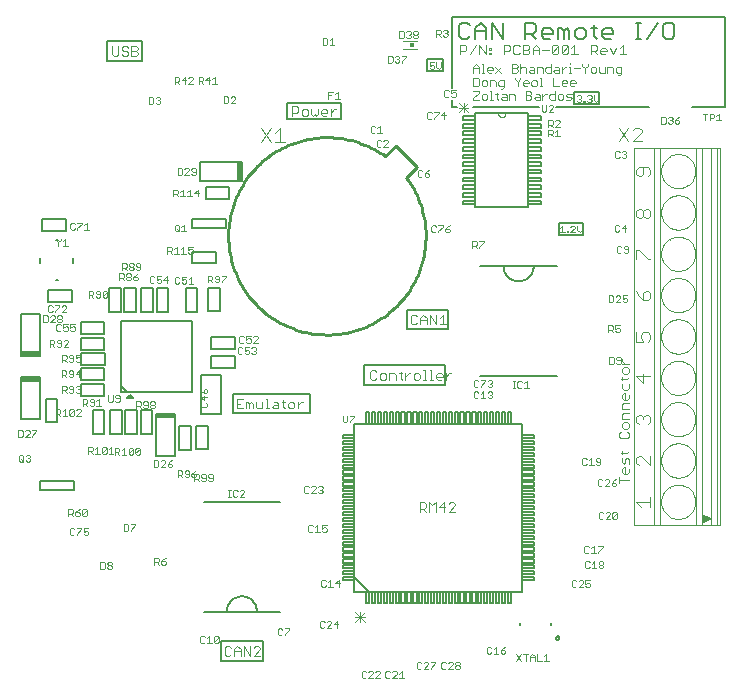
<source format=gto>
G75*
%MOIN*%
%OFA0B0*%
%FSLAX24Y24*%
%IPPOS*%
%LPD*%
%AMOC8*
5,1,8,0,0,1.08239X$1,22.5*
%
%ADD10C,0.0020*%
%ADD11C,0.0050*%
%ADD12C,0.0030*%
%ADD13C,0.0080*%
%ADD14C,0.0040*%
%ADD15R,0.0118X0.0118*%
%ADD16C,0.0060*%
%ADD17C,0.0000*%
%ADD18C,0.0100*%
D10*
X005285Y005436D02*
X005400Y005436D01*
X005438Y005474D01*
X005438Y005628D01*
X005400Y005666D01*
X005285Y005666D01*
X005285Y005436D01*
X005515Y005474D02*
X005515Y005513D01*
X005553Y005551D01*
X005630Y005551D01*
X005668Y005513D01*
X005668Y005474D01*
X005630Y005436D01*
X005553Y005436D01*
X005515Y005474D01*
X005553Y005551D02*
X005515Y005589D01*
X005515Y005628D01*
X005553Y005666D01*
X005630Y005666D01*
X005668Y005628D01*
X005668Y005589D01*
X005630Y005551D01*
X004840Y006561D02*
X004763Y006561D01*
X004725Y006599D01*
X004725Y006676D02*
X004801Y006714D01*
X004840Y006714D01*
X004878Y006676D01*
X004878Y006599D01*
X004840Y006561D01*
X004725Y006676D02*
X004725Y006791D01*
X004878Y006791D01*
X004648Y006791D02*
X004648Y006752D01*
X004494Y006599D01*
X004494Y006561D01*
X004418Y006599D02*
X004379Y006561D01*
X004303Y006561D01*
X004264Y006599D01*
X004264Y006752D01*
X004303Y006791D01*
X004379Y006791D01*
X004418Y006752D01*
X004494Y006791D02*
X004648Y006791D01*
X004714Y007201D02*
X004675Y007239D01*
X004829Y007392D01*
X004829Y007239D01*
X004790Y007201D01*
X004714Y007201D01*
X004675Y007239D02*
X004675Y007392D01*
X004714Y007431D01*
X004790Y007431D01*
X004829Y007392D01*
X004599Y007431D02*
X004522Y007392D01*
X004445Y007316D01*
X004560Y007316D01*
X004599Y007277D01*
X004599Y007239D01*
X004560Y007201D01*
X004483Y007201D01*
X004445Y007239D01*
X004445Y007316D01*
X004368Y007316D02*
X004330Y007277D01*
X004215Y007277D01*
X004215Y007201D02*
X004215Y007431D01*
X004330Y007431D01*
X004368Y007392D01*
X004368Y007316D01*
X004292Y007277D02*
X004368Y007201D01*
X006058Y006923D02*
X006173Y006923D01*
X006211Y006885D01*
X006211Y006732D01*
X006173Y006693D01*
X006058Y006693D01*
X006058Y006923D01*
X006288Y006923D02*
X006441Y006923D01*
X006441Y006885D01*
X006288Y006732D01*
X006288Y006693D01*
X007077Y005807D02*
X007192Y005807D01*
X007231Y005769D01*
X007231Y005692D01*
X007192Y005654D01*
X007077Y005654D01*
X007154Y005654D02*
X007231Y005577D01*
X007307Y005615D02*
X007346Y005577D01*
X007423Y005577D01*
X007461Y005615D01*
X007461Y005654D01*
X007423Y005692D01*
X007307Y005692D01*
X007307Y005615D01*
X007307Y005692D02*
X007384Y005769D01*
X007461Y005807D01*
X007077Y005807D02*
X007077Y005577D01*
X008646Y003191D02*
X008608Y003153D01*
X008608Y002999D01*
X008646Y002961D01*
X008723Y002961D01*
X008761Y002999D01*
X008838Y002961D02*
X008991Y002961D01*
X008915Y002961D02*
X008915Y003191D01*
X008838Y003115D01*
X008761Y003153D02*
X008723Y003191D01*
X008646Y003191D01*
X009068Y003153D02*
X009107Y003191D01*
X009183Y003191D01*
X009222Y003153D01*
X009068Y002999D01*
X009107Y002961D01*
X009183Y002961D01*
X009222Y002999D01*
X009222Y003153D01*
X009068Y003153D02*
X009068Y002999D01*
X011194Y003257D02*
X011232Y003218D01*
X011309Y003218D01*
X011347Y003257D01*
X011424Y003257D02*
X011424Y003218D01*
X011424Y003257D02*
X011578Y003410D01*
X011578Y003448D01*
X011424Y003448D01*
X011347Y003410D02*
X011309Y003448D01*
X011232Y003448D01*
X011194Y003410D01*
X011194Y003257D01*
X012600Y003516D02*
X012639Y003478D01*
X012715Y003478D01*
X012754Y003516D01*
X012830Y003478D02*
X012984Y003632D01*
X012984Y003670D01*
X012946Y003708D01*
X012869Y003708D01*
X012830Y003670D01*
X012754Y003670D02*
X012715Y003708D01*
X012639Y003708D01*
X012600Y003670D01*
X012600Y003516D01*
X012830Y003478D02*
X012984Y003478D01*
X013061Y003593D02*
X013214Y003593D01*
X013176Y003478D02*
X013176Y003708D01*
X013061Y003593D01*
X013027Y004844D02*
X012873Y004844D01*
X012950Y004844D02*
X012950Y005074D01*
X012873Y004997D01*
X012797Y005035D02*
X012758Y005074D01*
X012681Y005074D01*
X012643Y005035D01*
X012643Y004882D01*
X012681Y004844D01*
X012758Y004844D01*
X012797Y004882D01*
X013103Y004959D02*
X013257Y004959D01*
X013219Y005074D02*
X013103Y004959D01*
X013219Y004844D02*
X013219Y005074D01*
X012783Y006666D02*
X012706Y006666D01*
X012668Y006704D01*
X012668Y006781D02*
X012745Y006819D01*
X012783Y006819D01*
X012821Y006781D01*
X012821Y006704D01*
X012783Y006666D01*
X012668Y006781D02*
X012668Y006896D01*
X012821Y006896D01*
X012514Y006896D02*
X012514Y006666D01*
X012438Y006666D02*
X012591Y006666D01*
X012438Y006819D02*
X012514Y006896D01*
X012361Y006858D02*
X012323Y006896D01*
X012246Y006896D01*
X012207Y006858D01*
X012207Y006704D01*
X012246Y006666D01*
X012323Y006666D01*
X012361Y006704D01*
X012304Y007966D02*
X012457Y008119D01*
X012457Y008158D01*
X012419Y008196D01*
X012342Y008196D01*
X012304Y008158D01*
X012227Y008158D02*
X012188Y008196D01*
X012112Y008196D01*
X012073Y008158D01*
X012073Y008004D01*
X012112Y007966D01*
X012188Y007966D01*
X012227Y008004D01*
X012304Y007966D02*
X012457Y007966D01*
X012534Y008004D02*
X012572Y007966D01*
X012649Y007966D01*
X012687Y008004D01*
X012687Y008043D01*
X012649Y008081D01*
X012610Y008081D01*
X012649Y008081D02*
X012687Y008119D01*
X012687Y008158D01*
X012649Y008196D01*
X012572Y008196D01*
X012534Y008158D01*
X013399Y010315D02*
X013476Y010315D01*
X013514Y010354D01*
X013514Y010545D01*
X013591Y010545D02*
X013744Y010545D01*
X013744Y010507D01*
X013591Y010354D01*
X013591Y010315D01*
X013399Y010315D02*
X013360Y010354D01*
X013360Y010545D01*
X010470Y012628D02*
X010432Y012590D01*
X010355Y012590D01*
X010317Y012628D01*
X010240Y012628D02*
X010202Y012590D01*
X010125Y012590D01*
X010086Y012628D01*
X010010Y012628D02*
X009971Y012590D01*
X009895Y012590D01*
X009856Y012628D01*
X009856Y012782D01*
X009895Y012820D01*
X009971Y012820D01*
X010010Y012782D01*
X010086Y012820D02*
X010086Y012705D01*
X010163Y012743D01*
X010202Y012743D01*
X010240Y012705D01*
X010240Y012628D01*
X010393Y012705D02*
X010432Y012705D01*
X010470Y012666D01*
X010470Y012628D01*
X010432Y012705D02*
X010470Y012743D01*
X010470Y012782D01*
X010432Y012820D01*
X010355Y012820D01*
X010317Y012782D01*
X010240Y012820D02*
X010086Y012820D01*
X010026Y012964D02*
X009950Y012964D01*
X009911Y013002D01*
X009911Y013156D01*
X009950Y013194D01*
X010026Y013194D01*
X010065Y013156D01*
X010142Y013194D02*
X010142Y013079D01*
X010218Y013118D01*
X010257Y013118D01*
X010295Y013079D01*
X010295Y013002D01*
X010257Y012964D01*
X010180Y012964D01*
X010142Y013002D01*
X010065Y013002D02*
X010026Y012964D01*
X010142Y013194D02*
X010295Y013194D01*
X010372Y013156D02*
X010410Y013194D01*
X010487Y013194D01*
X010525Y013156D01*
X010525Y013118D01*
X010372Y012964D01*
X010525Y012964D01*
X008836Y011402D02*
X008797Y011441D01*
X008759Y011441D01*
X008720Y011402D01*
X008720Y011287D01*
X008797Y011287D01*
X008836Y011326D01*
X008836Y011402D01*
X008720Y011287D02*
X008644Y011364D01*
X008605Y011441D01*
X008720Y011210D02*
X008720Y011057D01*
X008605Y011172D01*
X008836Y011172D01*
X008797Y010980D02*
X008836Y010942D01*
X008836Y010865D01*
X008797Y010827D01*
X008644Y010827D01*
X008605Y010865D01*
X008605Y010942D01*
X008644Y010980D01*
X007094Y010978D02*
X007094Y010939D01*
X007055Y010901D01*
X006979Y010901D01*
X006940Y010939D01*
X006940Y010978D01*
X006979Y011016D01*
X007055Y011016D01*
X007094Y010978D01*
X007055Y010901D02*
X007094Y010863D01*
X007094Y010824D01*
X007055Y010786D01*
X006979Y010786D01*
X006940Y010824D01*
X006940Y010863D01*
X006979Y010901D01*
X006864Y010901D02*
X006748Y010901D01*
X006710Y010939D01*
X006710Y010978D01*
X006748Y011016D01*
X006825Y011016D01*
X006864Y010978D01*
X006864Y010824D01*
X006825Y010786D01*
X006748Y010786D01*
X006710Y010824D01*
X006633Y010786D02*
X006557Y010863D01*
X006595Y010863D02*
X006480Y010863D01*
X006480Y010786D02*
X006480Y011016D01*
X006595Y011016D01*
X006633Y010978D01*
X006633Y010901D01*
X006595Y010863D01*
X005921Y011044D02*
X005921Y011197D01*
X005882Y011236D01*
X005806Y011236D01*
X005767Y011197D01*
X005767Y011159D01*
X005806Y011121D01*
X005921Y011121D01*
X005921Y011044D02*
X005882Y011006D01*
X005806Y011006D01*
X005767Y011044D01*
X005691Y011044D02*
X005691Y011236D01*
X005537Y011236D02*
X005537Y011044D01*
X005575Y011006D01*
X005652Y011006D01*
X005691Y011044D01*
X005305Y010867D02*
X005152Y010867D01*
X005228Y010867D02*
X005228Y011097D01*
X005152Y011020D01*
X005075Y010982D02*
X004960Y010982D01*
X004921Y011020D01*
X004921Y011059D01*
X004960Y011097D01*
X005036Y011097D01*
X005075Y011059D01*
X005075Y010905D01*
X005036Y010867D01*
X004960Y010867D01*
X004921Y010905D01*
X004845Y010867D02*
X004768Y010944D01*
X004806Y010944D02*
X004691Y010944D01*
X004691Y010867D02*
X004691Y011097D01*
X004806Y011097D01*
X004845Y011059D01*
X004845Y010982D01*
X004806Y010944D01*
X004596Y010759D02*
X004519Y010759D01*
X004481Y010720D01*
X004404Y010720D02*
X004250Y010567D01*
X004289Y010528D01*
X004366Y010528D01*
X004404Y010567D01*
X004404Y010720D01*
X004366Y010759D01*
X004289Y010759D01*
X004250Y010720D01*
X004250Y010567D01*
X004174Y010528D02*
X004020Y010528D01*
X003944Y010528D02*
X003867Y010605D01*
X003905Y010605D02*
X003790Y010605D01*
X003790Y010528D02*
X003790Y010759D01*
X003905Y010759D01*
X003944Y010720D01*
X003944Y010644D01*
X003905Y010605D01*
X004020Y010682D02*
X004097Y010759D01*
X004097Y010528D01*
X004481Y010528D02*
X004634Y010682D01*
X004634Y010720D01*
X004596Y010759D01*
X004634Y010528D02*
X004481Y010528D01*
X004499Y011306D02*
X004460Y011344D01*
X004499Y011306D02*
X004575Y011306D01*
X004614Y011344D01*
X004614Y011383D01*
X004575Y011421D01*
X004537Y011421D01*
X004575Y011421D02*
X004614Y011459D01*
X004614Y011498D01*
X004575Y011536D01*
X004499Y011536D01*
X004460Y011498D01*
X004384Y011498D02*
X004345Y011536D01*
X004268Y011536D01*
X004230Y011498D01*
X004230Y011459D01*
X004268Y011421D01*
X004384Y011421D01*
X004384Y011344D02*
X004384Y011498D01*
X004384Y011344D02*
X004345Y011306D01*
X004268Y011306D01*
X004230Y011344D01*
X004153Y011306D02*
X004077Y011383D01*
X004115Y011383D02*
X004000Y011383D01*
X004000Y011306D02*
X004000Y011536D01*
X004115Y011536D01*
X004153Y011498D01*
X004153Y011421D01*
X004115Y011383D01*
X004152Y011822D02*
X004075Y011899D01*
X004114Y011899D02*
X003999Y011899D01*
X003999Y011822D02*
X003999Y012052D01*
X004114Y012052D01*
X004152Y012014D01*
X004152Y011937D01*
X004114Y011899D01*
X004229Y011860D02*
X004267Y011822D01*
X004344Y011822D01*
X004382Y011860D01*
X004382Y012014D01*
X004344Y012052D01*
X004267Y012052D01*
X004229Y012014D01*
X004229Y011976D01*
X004267Y011937D01*
X004382Y011937D01*
X004459Y011937D02*
X004612Y011937D01*
X004574Y011822D02*
X004574Y012052D01*
X004459Y011937D01*
X004500Y012335D02*
X004462Y012374D01*
X004500Y012335D02*
X004577Y012335D01*
X004616Y012374D01*
X004616Y012450D01*
X004577Y012489D01*
X004539Y012489D01*
X004462Y012450D01*
X004462Y012565D01*
X004616Y012565D01*
X004385Y012527D02*
X004347Y012565D01*
X004270Y012565D01*
X004232Y012527D01*
X004232Y012489D01*
X004270Y012450D01*
X004385Y012450D01*
X004385Y012374D02*
X004385Y012527D01*
X004385Y012374D02*
X004347Y012335D01*
X004270Y012335D01*
X004232Y012374D01*
X004155Y012335D02*
X004078Y012412D01*
X004117Y012412D02*
X004002Y012412D01*
X004002Y012335D02*
X004002Y012565D01*
X004117Y012565D01*
X004155Y012527D01*
X004155Y012450D01*
X004117Y012412D01*
X004059Y012843D02*
X004212Y012996D01*
X004212Y013035D01*
X004174Y013073D01*
X004097Y013073D01*
X004059Y013035D01*
X003982Y013035D02*
X003944Y013073D01*
X003867Y013073D01*
X003829Y013035D01*
X003829Y012996D01*
X003867Y012958D01*
X003982Y012958D01*
X003982Y012881D02*
X003982Y013035D01*
X003982Y012881D02*
X003944Y012843D01*
X003867Y012843D01*
X003829Y012881D01*
X003752Y012843D02*
X003675Y012919D01*
X003714Y012919D02*
X003599Y012919D01*
X003599Y012843D02*
X003599Y013073D01*
X003714Y013073D01*
X003752Y013035D01*
X003752Y012958D01*
X003714Y012919D01*
X004059Y012843D02*
X004212Y012843D01*
X004162Y013365D02*
X004085Y013365D01*
X004047Y013403D01*
X003970Y013403D02*
X003932Y013365D01*
X003855Y013365D01*
X003817Y013403D01*
X003817Y013557D01*
X003855Y013595D01*
X003932Y013595D01*
X003970Y013557D01*
X004047Y013595D02*
X004047Y013480D01*
X004124Y013518D01*
X004162Y013518D01*
X004201Y013480D01*
X004201Y013403D01*
X004162Y013365D01*
X004277Y013403D02*
X004316Y013365D01*
X004392Y013365D01*
X004431Y013403D01*
X004431Y013480D01*
X004392Y013518D01*
X004354Y013518D01*
X004277Y013480D01*
X004277Y013595D01*
X004431Y013595D01*
X004201Y013595D02*
X004047Y013595D01*
X003960Y013654D02*
X003883Y013654D01*
X003845Y013693D01*
X003845Y013731D01*
X003883Y013769D01*
X003960Y013769D01*
X003999Y013731D01*
X003999Y013693D01*
X003960Y013654D01*
X003960Y013769D02*
X003999Y013808D01*
X003999Y013846D01*
X003960Y013884D01*
X003883Y013884D01*
X003845Y013846D01*
X003845Y013808D01*
X003883Y013769D01*
X003768Y013808D02*
X003768Y013846D01*
X003730Y013884D01*
X003653Y013884D01*
X003615Y013846D01*
X003538Y013846D02*
X003500Y013884D01*
X003385Y013884D01*
X003385Y013654D01*
X003500Y013654D01*
X003538Y013693D01*
X003538Y013846D01*
X003572Y013988D02*
X003649Y013988D01*
X003687Y014026D01*
X003764Y014026D02*
X003764Y013988D01*
X003764Y014026D02*
X003918Y014179D01*
X003918Y014218D01*
X003764Y014218D01*
X003687Y014179D02*
X003649Y014218D01*
X003572Y014218D01*
X003534Y014179D01*
X003534Y014026D01*
X003572Y013988D01*
X003768Y013808D02*
X003615Y013654D01*
X003768Y013654D01*
X003994Y013988D02*
X004148Y014141D01*
X004148Y014179D01*
X004109Y014218D01*
X004033Y014218D01*
X003994Y014179D01*
X003994Y013988D02*
X004148Y013988D01*
X004897Y014479D02*
X004897Y014709D01*
X005012Y014709D01*
X005051Y014670D01*
X005051Y014594D01*
X005012Y014555D01*
X004897Y014555D01*
X004974Y014555D02*
X005051Y014479D01*
X005128Y014517D02*
X005166Y014479D01*
X005243Y014479D01*
X005281Y014517D01*
X005281Y014670D01*
X005243Y014709D01*
X005166Y014709D01*
X005128Y014670D01*
X005128Y014632D01*
X005166Y014594D01*
X005281Y014594D01*
X005358Y014670D02*
X005396Y014709D01*
X005473Y014709D01*
X005511Y014670D01*
X005358Y014517D01*
X005396Y014479D01*
X005473Y014479D01*
X005511Y014517D01*
X005511Y014670D01*
X005358Y014670D02*
X005358Y014517D01*
X005917Y015052D02*
X005917Y015282D01*
X006032Y015282D01*
X006070Y015243D01*
X006070Y015167D01*
X006032Y015128D01*
X005917Y015128D01*
X005993Y015128D02*
X006070Y015052D01*
X006147Y015090D02*
X006147Y015128D01*
X006185Y015167D01*
X006262Y015167D01*
X006300Y015128D01*
X006300Y015090D01*
X006262Y015052D01*
X006185Y015052D01*
X006147Y015090D01*
X006185Y015167D02*
X006147Y015205D01*
X006147Y015243D01*
X006185Y015282D01*
X006262Y015282D01*
X006300Y015243D01*
X006300Y015205D01*
X006262Y015167D01*
X006377Y015167D02*
X006492Y015167D01*
X006530Y015128D01*
X006530Y015090D01*
X006492Y015052D01*
X006415Y015052D01*
X006377Y015090D01*
X006377Y015167D01*
X006454Y015243D01*
X006530Y015282D01*
X006501Y015396D02*
X006578Y015396D01*
X006616Y015435D01*
X006616Y015588D01*
X006578Y015626D01*
X006501Y015626D01*
X006463Y015588D01*
X006463Y015550D01*
X006501Y015511D01*
X006616Y015511D01*
X006501Y015396D02*
X006463Y015435D01*
X006386Y015435D02*
X006348Y015396D01*
X006271Y015396D01*
X006233Y015435D01*
X006233Y015473D01*
X006271Y015511D01*
X006348Y015511D01*
X006386Y015473D01*
X006386Y015435D01*
X006348Y015511D02*
X006386Y015550D01*
X006386Y015588D01*
X006348Y015626D01*
X006271Y015626D01*
X006233Y015588D01*
X006233Y015550D01*
X006271Y015511D01*
X006156Y015511D02*
X006118Y015473D01*
X006002Y015473D01*
X006002Y015396D02*
X006002Y015626D01*
X006118Y015626D01*
X006156Y015588D01*
X006156Y015511D01*
X006079Y015473D02*
X006156Y015396D01*
X006924Y015151D02*
X006924Y014997D01*
X006962Y014959D01*
X007039Y014959D01*
X007078Y014997D01*
X007154Y014997D02*
X007193Y014959D01*
X007269Y014959D01*
X007308Y014997D01*
X007308Y015074D01*
X007269Y015112D01*
X007231Y015112D01*
X007154Y015074D01*
X007154Y015189D01*
X007308Y015189D01*
X007384Y015074D02*
X007538Y015074D01*
X007500Y015189D02*
X007384Y015074D01*
X007500Y014959D02*
X007500Y015189D01*
X007762Y015138D02*
X007762Y014984D01*
X007800Y014946D01*
X007877Y014946D01*
X007915Y014984D01*
X007992Y014984D02*
X008030Y014946D01*
X008107Y014946D01*
X008146Y014984D01*
X008146Y015061D01*
X008107Y015099D01*
X008069Y015099D01*
X007992Y015061D01*
X007992Y015176D01*
X008146Y015176D01*
X008222Y015099D02*
X008299Y015176D01*
X008299Y014946D01*
X008222Y014946D02*
X008376Y014946D01*
X007915Y015138D02*
X007877Y015176D01*
X007800Y015176D01*
X007762Y015138D01*
X007078Y015151D02*
X007039Y015189D01*
X006962Y015189D01*
X006924Y015151D01*
X007513Y015946D02*
X007513Y016176D01*
X007628Y016176D01*
X007667Y016137D01*
X007667Y016061D01*
X007628Y016022D01*
X007513Y016022D01*
X007590Y016022D02*
X007667Y015946D01*
X007743Y015946D02*
X007897Y015946D01*
X007974Y015946D02*
X008127Y015946D01*
X008050Y015946D02*
X008050Y016176D01*
X007974Y016099D01*
X007820Y016176D02*
X007820Y015946D01*
X007743Y016099D02*
X007820Y016176D01*
X008204Y016176D02*
X008204Y016061D01*
X008281Y016099D01*
X008319Y016099D01*
X008357Y016061D01*
X008357Y015984D01*
X008319Y015946D01*
X008242Y015946D01*
X008204Y015984D01*
X008204Y016176D02*
X008357Y016176D01*
X008859Y015214D02*
X008974Y015214D01*
X009013Y015175D01*
X009013Y015098D01*
X008974Y015060D01*
X008859Y015060D01*
X008859Y014983D02*
X008859Y015214D01*
X008936Y015060D02*
X009013Y014983D01*
X009089Y015022D02*
X009128Y014983D01*
X009205Y014983D01*
X009243Y015022D01*
X009243Y015175D01*
X009205Y015214D01*
X009128Y015214D01*
X009089Y015175D01*
X009089Y015137D01*
X009128Y015098D01*
X009243Y015098D01*
X009320Y015022D02*
X009320Y014983D01*
X009320Y015022D02*
X009473Y015175D01*
X009473Y015214D01*
X009320Y015214D01*
X008522Y017850D02*
X008522Y018081D01*
X008407Y017965D01*
X008560Y017965D01*
X008330Y017850D02*
X008176Y017850D01*
X008100Y017850D02*
X007946Y017850D01*
X007869Y017850D02*
X007793Y017927D01*
X007831Y017927D02*
X007716Y017927D01*
X007716Y017850D02*
X007716Y018081D01*
X007831Y018081D01*
X007869Y018042D01*
X007869Y017965D01*
X007831Y017927D01*
X007946Y018004D02*
X008023Y018081D01*
X008023Y017850D01*
X008176Y018004D02*
X008253Y018081D01*
X008253Y017850D01*
X008237Y018565D02*
X008084Y018565D01*
X008237Y018719D01*
X008237Y018757D01*
X008199Y018795D01*
X008122Y018795D01*
X008084Y018757D01*
X008007Y018757D02*
X007969Y018795D01*
X007854Y018795D01*
X007854Y018565D01*
X007969Y018565D01*
X008007Y018603D01*
X008007Y018757D01*
X008314Y018757D02*
X008314Y018719D01*
X008353Y018680D01*
X008468Y018680D01*
X008468Y018603D02*
X008468Y018757D01*
X008429Y018795D01*
X008353Y018795D01*
X008314Y018757D01*
X008314Y018603D02*
X008353Y018565D01*
X008429Y018565D01*
X008468Y018603D01*
X009390Y020955D02*
X009505Y020955D01*
X009543Y020993D01*
X009543Y021147D01*
X009505Y021185D01*
X009390Y021185D01*
X009390Y020955D01*
X009620Y020955D02*
X009774Y021108D01*
X009774Y021147D01*
X009735Y021185D01*
X009658Y021185D01*
X009620Y021147D01*
X009620Y020955D02*
X009774Y020955D01*
X009167Y021609D02*
X009013Y021609D01*
X009090Y021609D02*
X009090Y021839D01*
X009013Y021763D01*
X008936Y021724D02*
X008783Y021724D01*
X008898Y021839D01*
X008898Y021609D01*
X008706Y021609D02*
X008629Y021686D01*
X008668Y021686D02*
X008553Y021686D01*
X008553Y021609D02*
X008553Y021839D01*
X008668Y021839D01*
X008706Y021801D01*
X008706Y021724D01*
X008668Y021686D01*
X008369Y021754D02*
X008216Y021601D01*
X008369Y021601D01*
X008369Y021754D02*
X008369Y021793D01*
X008331Y021831D01*
X008254Y021831D01*
X008216Y021793D01*
X008139Y021716D02*
X007986Y021716D01*
X008101Y021831D01*
X008101Y021601D01*
X007909Y021601D02*
X007832Y021677D01*
X007870Y021677D02*
X007755Y021677D01*
X007755Y021601D02*
X007755Y021831D01*
X007870Y021831D01*
X007909Y021793D01*
X007909Y021716D01*
X007870Y021677D01*
X007272Y021134D02*
X007272Y021096D01*
X007234Y021058D01*
X007272Y021019D01*
X007272Y020981D01*
X007234Y020943D01*
X007157Y020943D01*
X007119Y020981D01*
X007042Y020981D02*
X007042Y021134D01*
X007004Y021173D01*
X006889Y021173D01*
X006889Y020943D01*
X007004Y020943D01*
X007042Y020981D01*
X007119Y021134D02*
X007157Y021173D01*
X007234Y021173D01*
X007272Y021134D01*
X007234Y021058D02*
X007196Y021058D01*
X004820Y016975D02*
X004743Y016898D01*
X004666Y016936D02*
X004513Y016783D01*
X004513Y016744D01*
X004436Y016783D02*
X004398Y016744D01*
X004321Y016744D01*
X004283Y016783D01*
X004283Y016936D01*
X004321Y016975D01*
X004398Y016975D01*
X004436Y016936D01*
X004513Y016975D02*
X004666Y016975D01*
X004666Y016936D01*
X004820Y016975D02*
X004820Y016744D01*
X004896Y016744D02*
X004743Y016744D01*
X004110Y016438D02*
X004110Y016208D01*
X004033Y016208D02*
X004187Y016208D01*
X004033Y016361D02*
X004110Y016438D01*
X003957Y016438D02*
X003957Y016400D01*
X003880Y016323D01*
X003880Y016208D01*
X003880Y016323D02*
X003803Y016400D01*
X003803Y016438D01*
X003149Y010055D02*
X003149Y010017D01*
X002996Y009863D01*
X002996Y009825D01*
X002919Y009825D02*
X002766Y009825D01*
X002919Y009979D01*
X002919Y010017D01*
X002881Y010055D01*
X002804Y010055D01*
X002766Y010017D01*
X002689Y010017D02*
X002651Y010055D01*
X002536Y010055D01*
X002536Y009825D01*
X002651Y009825D01*
X002689Y009863D01*
X002689Y010017D01*
X002996Y010055D02*
X003149Y010055D01*
X004873Y009501D02*
X004873Y009271D01*
X004873Y009348D02*
X004988Y009348D01*
X005026Y009386D01*
X005026Y009463D01*
X004988Y009501D01*
X004873Y009501D01*
X004950Y009348D02*
X005026Y009271D01*
X005103Y009271D02*
X005257Y009271D01*
X005180Y009271D02*
X005180Y009501D01*
X005103Y009424D01*
X005333Y009463D02*
X005333Y009309D01*
X005487Y009463D01*
X005487Y009309D01*
X005448Y009271D01*
X005372Y009271D01*
X005333Y009309D01*
X005333Y009463D02*
X005372Y009501D01*
X005448Y009501D01*
X005487Y009463D01*
X005564Y009424D02*
X005640Y009501D01*
X005640Y009271D01*
X005564Y009271D02*
X005717Y009271D01*
X005760Y009244D02*
X005760Y009474D01*
X005876Y009474D01*
X005914Y009436D01*
X005914Y009359D01*
X005876Y009321D01*
X005760Y009321D01*
X005837Y009321D02*
X005914Y009244D01*
X005991Y009244D02*
X006144Y009244D01*
X006067Y009244D02*
X006067Y009474D01*
X005991Y009397D01*
X006221Y009436D02*
X006221Y009282D01*
X006374Y009436D01*
X006374Y009282D01*
X006336Y009244D01*
X006259Y009244D01*
X006221Y009282D01*
X006221Y009436D02*
X006259Y009474D01*
X006336Y009474D01*
X006374Y009436D01*
X006451Y009436D02*
X006489Y009474D01*
X006566Y009474D01*
X006604Y009436D01*
X006451Y009282D01*
X006489Y009244D01*
X006566Y009244D01*
X006604Y009282D01*
X006604Y009436D01*
X006451Y009436D02*
X006451Y009282D01*
X007062Y009058D02*
X007062Y008828D01*
X007177Y008828D01*
X007215Y008866D01*
X007215Y009020D01*
X007177Y009058D01*
X007062Y009058D01*
X007292Y009020D02*
X007330Y009058D01*
X007407Y009058D01*
X007445Y009020D01*
X007445Y008981D01*
X007292Y008828D01*
X007445Y008828D01*
X007522Y008866D02*
X007560Y008828D01*
X007637Y008828D01*
X007676Y008866D01*
X007676Y008905D01*
X007637Y008943D01*
X007522Y008943D01*
X007522Y008866D01*
X007522Y008943D02*
X007599Y009020D01*
X007676Y009058D01*
X007856Y008719D02*
X007971Y008719D01*
X008010Y008680D01*
X008010Y008604D01*
X007971Y008565D01*
X007856Y008565D01*
X007856Y008489D02*
X007856Y008719D01*
X007933Y008565D02*
X008010Y008489D01*
X008086Y008527D02*
X008125Y008489D01*
X008202Y008489D01*
X008240Y008527D01*
X008240Y008680D01*
X008202Y008719D01*
X008125Y008719D01*
X008086Y008680D01*
X008086Y008642D01*
X008125Y008604D01*
X008240Y008604D01*
X008317Y008604D02*
X008432Y008604D01*
X008470Y008565D01*
X008470Y008527D01*
X008432Y008489D01*
X008355Y008489D01*
X008317Y008527D01*
X008317Y008604D01*
X008393Y008680D01*
X008470Y008719D01*
X008526Y008596D02*
X008564Y008557D01*
X008564Y008481D01*
X008526Y008442D01*
X008410Y008442D01*
X008410Y008366D02*
X008410Y008596D01*
X008526Y008596D01*
X008641Y008557D02*
X008679Y008596D01*
X008756Y008596D01*
X008794Y008557D01*
X008794Y008404D01*
X008756Y008366D01*
X008679Y008366D01*
X008641Y008404D01*
X008679Y008481D02*
X008794Y008481D01*
X008871Y008519D02*
X008909Y008481D01*
X009024Y008481D01*
X009024Y008557D02*
X008986Y008596D01*
X008909Y008596D01*
X008871Y008557D01*
X008871Y008519D01*
X008871Y008404D02*
X008909Y008366D01*
X008986Y008366D01*
X009024Y008404D01*
X009024Y008557D01*
X008679Y008481D02*
X008641Y008519D01*
X008641Y008557D01*
X008487Y008442D02*
X008564Y008366D01*
X009546Y008076D02*
X009623Y008076D01*
X009585Y008076D02*
X009585Y007846D01*
X009623Y007846D02*
X009546Y007846D01*
X009700Y007885D02*
X009738Y007846D01*
X009815Y007846D01*
X009853Y007885D01*
X009930Y007846D02*
X010084Y008000D01*
X010084Y008038D01*
X010045Y008076D01*
X009968Y008076D01*
X009930Y008038D01*
X009853Y008038D02*
X009815Y008076D01*
X009738Y008076D01*
X009700Y008038D01*
X009700Y007885D01*
X009930Y007846D02*
X010084Y007846D01*
X014025Y002035D02*
X013987Y001997D01*
X013987Y001843D01*
X014025Y001805D01*
X014102Y001805D01*
X014140Y001843D01*
X014217Y001805D02*
X014371Y001959D01*
X014371Y001997D01*
X014332Y002035D01*
X014256Y002035D01*
X014217Y001997D01*
X014140Y001997D02*
X014102Y002035D01*
X014025Y002035D01*
X014217Y001805D02*
X014371Y001805D01*
X014447Y001805D02*
X014601Y001959D01*
X014601Y001997D01*
X014562Y002035D01*
X014486Y002035D01*
X014447Y001997D01*
X014447Y001805D02*
X014601Y001805D01*
X014781Y001831D02*
X014781Y001985D01*
X014820Y002023D01*
X014897Y002023D01*
X014935Y001985D01*
X015012Y001985D02*
X015050Y002023D01*
X015127Y002023D01*
X015165Y001985D01*
X015165Y001947D01*
X015012Y001793D01*
X015165Y001793D01*
X015242Y001793D02*
X015395Y001793D01*
X015319Y001793D02*
X015319Y002023D01*
X015242Y001947D01*
X014935Y001831D02*
X014897Y001793D01*
X014820Y001793D01*
X014781Y001831D01*
X015831Y002145D02*
X015869Y002107D01*
X015946Y002107D01*
X015984Y002145D01*
X016061Y002107D02*
X016215Y002261D01*
X016215Y002299D01*
X016176Y002337D01*
X016099Y002337D01*
X016061Y002299D01*
X015984Y002299D02*
X015946Y002337D01*
X015869Y002337D01*
X015831Y002299D01*
X015831Y002145D01*
X016061Y002107D02*
X016215Y002107D01*
X016291Y002107D02*
X016291Y002145D01*
X016445Y002299D01*
X016445Y002337D01*
X016291Y002337D01*
X016651Y002293D02*
X016651Y002140D01*
X016689Y002101D01*
X016766Y002101D01*
X016804Y002140D01*
X016881Y002101D02*
X017035Y002255D01*
X017035Y002293D01*
X016996Y002331D01*
X016919Y002331D01*
X016881Y002293D01*
X016804Y002293D02*
X016766Y002331D01*
X016689Y002331D01*
X016651Y002293D01*
X016881Y002101D02*
X017035Y002101D01*
X017111Y002140D02*
X017111Y002178D01*
X017150Y002216D01*
X017226Y002216D01*
X017265Y002178D01*
X017265Y002140D01*
X017226Y002101D01*
X017150Y002101D01*
X017111Y002140D01*
X017150Y002216D02*
X017111Y002255D01*
X017111Y002293D01*
X017150Y002331D01*
X017226Y002331D01*
X017265Y002293D01*
X017265Y002255D01*
X017226Y002216D01*
X018165Y002649D02*
X018203Y002611D01*
X018280Y002611D01*
X018318Y002649D01*
X018395Y002611D02*
X018548Y002611D01*
X018472Y002611D02*
X018472Y002841D01*
X018395Y002764D01*
X018318Y002802D02*
X018280Y002841D01*
X018203Y002841D01*
X018165Y002802D01*
X018165Y002649D01*
X018625Y002649D02*
X018663Y002611D01*
X018740Y002611D01*
X018779Y002649D01*
X018779Y002687D01*
X018740Y002726D01*
X018625Y002726D01*
X018625Y002649D01*
X018625Y002726D02*
X018702Y002802D01*
X018779Y002841D01*
X020990Y004864D02*
X021028Y004825D01*
X021105Y004825D01*
X021143Y004864D01*
X021220Y004825D02*
X021374Y004979D01*
X021374Y005017D01*
X021335Y005056D01*
X021258Y005056D01*
X021220Y005017D01*
X021143Y005017D02*
X021105Y005056D01*
X021028Y005056D01*
X020990Y005017D01*
X020990Y004864D01*
X021220Y004825D02*
X021374Y004825D01*
X021450Y004864D02*
X021489Y004825D01*
X021565Y004825D01*
X021604Y004864D01*
X021604Y004941D01*
X021565Y004979D01*
X021527Y004979D01*
X021450Y004941D01*
X021450Y005056D01*
X021604Y005056D01*
X021548Y005459D02*
X021586Y005497D01*
X021548Y005459D02*
X021471Y005459D01*
X021433Y005497D01*
X021433Y005651D01*
X021471Y005689D01*
X021548Y005689D01*
X021586Y005651D01*
X021663Y005612D02*
X021740Y005689D01*
X021740Y005459D01*
X021816Y005459D02*
X021663Y005459D01*
X021893Y005497D02*
X021893Y005535D01*
X021931Y005574D01*
X022008Y005574D01*
X022047Y005535D01*
X022047Y005497D01*
X022008Y005459D01*
X021931Y005459D01*
X021893Y005497D01*
X021931Y005574D02*
X021893Y005612D01*
X021893Y005651D01*
X021931Y005689D01*
X022008Y005689D01*
X022047Y005651D01*
X022047Y005612D01*
X022008Y005574D01*
X021873Y005968D02*
X021873Y006006D01*
X022027Y006160D01*
X022027Y006198D01*
X021873Y006198D01*
X021720Y006198D02*
X021720Y005968D01*
X021643Y005968D02*
X021797Y005968D01*
X021643Y006121D02*
X021720Y006198D01*
X021566Y006160D02*
X021528Y006198D01*
X021451Y006198D01*
X021413Y006160D01*
X021413Y006006D01*
X021451Y005968D01*
X021528Y005968D01*
X021566Y006006D01*
X021928Y007103D02*
X021890Y007142D01*
X021890Y007295D01*
X021928Y007334D01*
X022005Y007334D01*
X022043Y007295D01*
X022120Y007295D02*
X022159Y007334D01*
X022235Y007334D01*
X022274Y007295D01*
X022274Y007257D01*
X022120Y007103D01*
X022274Y007103D01*
X022350Y007142D02*
X022504Y007295D01*
X022504Y007142D01*
X022465Y007103D01*
X022389Y007103D01*
X022350Y007142D01*
X022350Y007295D01*
X022389Y007334D01*
X022465Y007334D01*
X022504Y007295D01*
X022043Y007142D02*
X022005Y007103D01*
X021928Y007103D01*
X021899Y008194D02*
X021861Y008232D01*
X021861Y008385D01*
X021899Y008424D01*
X021976Y008424D01*
X022014Y008385D01*
X022091Y008385D02*
X022129Y008424D01*
X022206Y008424D01*
X022244Y008385D01*
X022244Y008347D01*
X022091Y008194D01*
X022244Y008194D01*
X022321Y008232D02*
X022360Y008194D01*
X022436Y008194D01*
X022475Y008232D01*
X022475Y008270D01*
X022436Y008309D01*
X022321Y008309D01*
X022321Y008232D01*
X022321Y008309D02*
X022398Y008385D01*
X022475Y008424D01*
X022014Y008232D02*
X021976Y008194D01*
X021899Y008194D01*
X021912Y008899D02*
X021835Y008899D01*
X021797Y008938D01*
X021835Y009014D02*
X021950Y009014D01*
X021950Y008938D02*
X021950Y009091D01*
X021912Y009129D01*
X021835Y009129D01*
X021797Y009091D01*
X021797Y009053D01*
X021835Y009014D01*
X021950Y008938D02*
X021912Y008899D01*
X021720Y008899D02*
X021566Y008899D01*
X021643Y008899D02*
X021643Y009129D01*
X021566Y009053D01*
X021490Y009091D02*
X021451Y009129D01*
X021375Y009129D01*
X021336Y009091D01*
X021336Y008938D01*
X021375Y008899D01*
X021451Y008899D01*
X021490Y008938D01*
X019568Y011465D02*
X019414Y011465D01*
X019491Y011465D02*
X019491Y011695D01*
X019414Y011618D01*
X019338Y011656D02*
X019299Y011695D01*
X019222Y011695D01*
X019184Y011656D01*
X019184Y011503D01*
X019222Y011465D01*
X019299Y011465D01*
X019338Y011503D01*
X019107Y011465D02*
X019031Y011465D01*
X019069Y011465D02*
X019069Y011695D01*
X019031Y011695D02*
X019107Y011695D01*
X018344Y011688D02*
X018344Y011650D01*
X018305Y011611D01*
X018344Y011573D01*
X018344Y011535D01*
X018305Y011496D01*
X018229Y011496D01*
X018190Y011535D01*
X018267Y011611D02*
X018305Y011611D01*
X018344Y011688D02*
X018305Y011727D01*
X018229Y011727D01*
X018190Y011688D01*
X018114Y011688D02*
X017960Y011535D01*
X017960Y011496D01*
X017883Y011535D02*
X017845Y011496D01*
X017768Y011496D01*
X017730Y011535D01*
X017730Y011688D01*
X017768Y011727D01*
X017845Y011727D01*
X017883Y011688D01*
X017960Y011727D02*
X018114Y011727D01*
X018114Y011688D01*
X018037Y011349D02*
X018037Y011118D01*
X017960Y011118D02*
X018114Y011118D01*
X018191Y011157D02*
X018229Y011118D01*
X018306Y011118D01*
X018344Y011157D01*
X018344Y011195D01*
X018306Y011233D01*
X018267Y011233D01*
X018306Y011233D02*
X018344Y011272D01*
X018344Y011310D01*
X018306Y011349D01*
X018229Y011349D01*
X018191Y011310D01*
X018037Y011349D02*
X017960Y011272D01*
X017884Y011310D02*
X017845Y011349D01*
X017769Y011349D01*
X017730Y011310D01*
X017730Y011157D01*
X017769Y011118D01*
X017845Y011118D01*
X017884Y011157D01*
X022249Y012269D02*
X022364Y012269D01*
X022403Y012308D01*
X022403Y012461D01*
X022364Y012500D01*
X022249Y012500D01*
X022249Y012269D01*
X022479Y012308D02*
X022518Y012269D01*
X022595Y012269D01*
X022633Y012308D01*
X022633Y012461D01*
X022595Y012500D01*
X022518Y012500D01*
X022479Y012461D01*
X022479Y012423D01*
X022518Y012384D01*
X022633Y012384D01*
X022563Y013321D02*
X022486Y013321D01*
X022448Y013359D01*
X022448Y013436D02*
X022525Y013475D01*
X022563Y013475D01*
X022602Y013436D01*
X022602Y013359D01*
X022563Y013321D01*
X022448Y013436D02*
X022448Y013551D01*
X022602Y013551D01*
X022371Y013513D02*
X022371Y013436D01*
X022333Y013398D01*
X022218Y013398D01*
X022295Y013398D02*
X022371Y013321D01*
X022218Y013321D02*
X022218Y013551D01*
X022333Y013551D01*
X022371Y013513D01*
X022346Y014319D02*
X022385Y014358D01*
X022385Y014511D01*
X022346Y014549D01*
X022231Y014549D01*
X022231Y014319D01*
X022346Y014319D01*
X022462Y014319D02*
X022615Y014473D01*
X022615Y014511D01*
X022577Y014549D01*
X022500Y014549D01*
X022462Y014511D01*
X022462Y014319D02*
X022615Y014319D01*
X022692Y014358D02*
X022730Y014319D01*
X022807Y014319D01*
X022845Y014358D01*
X022845Y014434D01*
X022807Y014473D01*
X022768Y014473D01*
X022692Y014434D01*
X022692Y014549D01*
X022845Y014549D01*
X022841Y015972D02*
X022880Y016011D01*
X022880Y016164D01*
X022841Y016203D01*
X022764Y016203D01*
X022726Y016164D01*
X022726Y016126D01*
X022764Y016087D01*
X022880Y016087D01*
X022841Y015972D02*
X022764Y015972D01*
X022726Y016011D01*
X022649Y016011D02*
X022611Y015972D01*
X022534Y015972D01*
X022496Y016011D01*
X022496Y016164D01*
X022534Y016203D01*
X022611Y016203D01*
X022649Y016164D01*
X022540Y016680D02*
X022578Y016718D01*
X022540Y016680D02*
X022463Y016680D01*
X022425Y016718D01*
X022425Y016872D01*
X022463Y016910D01*
X022540Y016910D01*
X022578Y016872D01*
X022655Y016795D02*
X022808Y016795D01*
X022770Y016680D02*
X022770Y016910D01*
X022655Y016795D01*
X021334Y016727D02*
X021334Y016880D01*
X021334Y016727D02*
X021257Y016650D01*
X021181Y016727D01*
X021181Y016880D01*
X021104Y016842D02*
X021066Y016880D01*
X020989Y016880D01*
X020950Y016842D01*
X021104Y016842D02*
X021104Y016803D01*
X020950Y016650D01*
X021104Y016650D01*
X020874Y016650D02*
X020835Y016650D01*
X020835Y016688D01*
X020874Y016688D01*
X020874Y016650D01*
X020759Y016650D02*
X020605Y016650D01*
X020682Y016650D02*
X020682Y016880D01*
X020605Y016803D01*
X022473Y019140D02*
X022550Y019140D01*
X022588Y019178D01*
X022665Y019178D02*
X022703Y019140D01*
X022780Y019140D01*
X022818Y019178D01*
X022818Y019217D01*
X022780Y019255D01*
X022742Y019255D01*
X022780Y019255D02*
X022818Y019293D01*
X022818Y019332D01*
X022780Y019370D01*
X022703Y019370D01*
X022665Y019332D01*
X022588Y019332D02*
X022550Y019370D01*
X022473Y019370D01*
X022435Y019332D01*
X022435Y019178D01*
X022473Y019140D01*
X023971Y020278D02*
X023971Y020508D01*
X024086Y020508D01*
X024124Y020469D01*
X024124Y020316D01*
X024086Y020278D01*
X023971Y020278D01*
X024201Y020316D02*
X024239Y020278D01*
X024316Y020278D01*
X024354Y020316D01*
X024354Y020354D01*
X024316Y020393D01*
X024277Y020393D01*
X024316Y020393D02*
X024354Y020431D01*
X024354Y020469D01*
X024316Y020508D01*
X024239Y020508D01*
X024201Y020469D01*
X024431Y020393D02*
X024431Y020316D01*
X024469Y020278D01*
X024546Y020278D01*
X024584Y020316D01*
X024584Y020354D01*
X024546Y020393D01*
X024431Y020393D01*
X024508Y020469D01*
X024584Y020508D01*
X022644Y021934D02*
X022644Y022167D01*
X022504Y022167D01*
X022457Y022121D01*
X022457Y022027D01*
X022504Y021981D01*
X022644Y021981D01*
X022644Y021934D02*
X022597Y021887D01*
X022550Y021887D01*
X022368Y021981D02*
X022368Y022121D01*
X022321Y022167D01*
X022181Y022167D01*
X022181Y021981D01*
X022091Y021981D02*
X022091Y022167D01*
X022091Y021981D02*
X021951Y021981D01*
X021904Y022027D01*
X021904Y022167D01*
X021815Y022121D02*
X021768Y022167D01*
X021675Y022167D01*
X021628Y022121D01*
X021628Y022027D01*
X021675Y021981D01*
X021768Y021981D01*
X021815Y022027D01*
X021815Y022121D01*
X021539Y022214D02*
X021539Y022261D01*
X021539Y022214D02*
X021445Y022121D01*
X021445Y021981D01*
X021445Y022121D02*
X021352Y022214D01*
X021352Y022261D01*
X021263Y022121D02*
X021076Y022121D01*
X020938Y022167D02*
X020938Y021981D01*
X020892Y021981D02*
X020985Y021981D01*
X020938Y022167D02*
X020892Y022167D01*
X020802Y022167D02*
X020755Y022167D01*
X020661Y022074D01*
X020572Y022074D02*
X020432Y022074D01*
X020385Y022027D01*
X020432Y021981D01*
X020572Y021981D01*
X020572Y022121D01*
X020525Y022167D01*
X020432Y022167D01*
X020296Y022167D02*
X020156Y022167D01*
X020109Y022121D01*
X020109Y022027D01*
X020156Y021981D01*
X020296Y021981D01*
X020296Y022261D01*
X020020Y022121D02*
X020020Y021981D01*
X020020Y022121D02*
X019973Y022167D01*
X019833Y022167D01*
X019833Y021981D01*
X019743Y021981D02*
X019603Y021981D01*
X019556Y022027D01*
X019603Y022074D01*
X019743Y022074D01*
X019743Y022121D02*
X019743Y021981D01*
X019743Y022121D02*
X019697Y022167D01*
X019603Y022167D01*
X019467Y022121D02*
X019467Y021981D01*
X019467Y022121D02*
X019420Y022167D01*
X019327Y022167D01*
X019280Y022121D01*
X019191Y022167D02*
X019144Y022121D01*
X019004Y022121D01*
X019004Y021981D02*
X019004Y022261D01*
X019144Y022261D01*
X019191Y022214D01*
X019191Y022167D01*
X019144Y022121D02*
X019191Y022074D01*
X019191Y022027D01*
X019144Y021981D01*
X019004Y021981D01*
X019096Y021811D02*
X019096Y021764D01*
X019189Y021671D01*
X019189Y021531D01*
X019189Y021671D02*
X019283Y021764D01*
X019283Y021811D01*
X019419Y021717D02*
X019512Y021717D01*
X019559Y021671D01*
X019559Y021624D01*
X019372Y021624D01*
X019372Y021671D02*
X019419Y021717D01*
X019372Y021671D02*
X019372Y021577D01*
X019419Y021531D01*
X019512Y021531D01*
X019649Y021577D02*
X019695Y021531D01*
X019789Y021531D01*
X019835Y021577D01*
X019835Y021671D01*
X019789Y021717D01*
X019695Y021717D01*
X019649Y021671D01*
X019649Y021577D01*
X019604Y021361D02*
X019464Y021361D01*
X019464Y021081D01*
X019604Y021081D01*
X019651Y021127D01*
X019651Y021174D01*
X019604Y021221D01*
X019464Y021221D01*
X019604Y021221D02*
X019651Y021267D01*
X019651Y021314D01*
X019604Y021361D01*
X019787Y021267D02*
X019881Y021267D01*
X019927Y021221D01*
X019927Y021081D01*
X019787Y021081D01*
X019741Y021127D01*
X019787Y021174D01*
X019927Y021174D01*
X020017Y021174D02*
X020110Y021267D01*
X020157Y021267D01*
X020247Y021221D02*
X020294Y021267D01*
X020434Y021267D01*
X020434Y021361D02*
X020434Y021081D01*
X020294Y021081D01*
X020247Y021127D01*
X020247Y021221D01*
X020017Y021267D02*
X020017Y021081D01*
X019993Y020907D02*
X019993Y020715D01*
X020031Y020676D01*
X020108Y020676D01*
X020147Y020715D01*
X020147Y020907D01*
X020223Y020868D02*
X020262Y020907D01*
X020338Y020907D01*
X020377Y020868D01*
X020377Y020830D01*
X020223Y020676D01*
X020377Y020676D01*
X020320Y020395D02*
X020205Y020395D01*
X020205Y020165D01*
X020205Y020242D02*
X020320Y020242D01*
X020358Y020280D01*
X020358Y020357D01*
X020320Y020395D01*
X020435Y020357D02*
X020473Y020395D01*
X020550Y020395D01*
X020588Y020357D01*
X020588Y020319D01*
X020435Y020165D01*
X020588Y020165D01*
X020511Y020081D02*
X020511Y019851D01*
X020434Y019851D02*
X020588Y019851D01*
X020434Y020004D02*
X020511Y020081D01*
X020357Y020042D02*
X020319Y020081D01*
X020204Y020081D01*
X020204Y019851D01*
X020204Y019927D02*
X020319Y019927D01*
X020357Y019966D01*
X020357Y020042D01*
X020358Y020165D02*
X020281Y020242D01*
X020281Y019927D02*
X020357Y019851D01*
X020570Y021081D02*
X020523Y021127D01*
X020523Y021221D01*
X020570Y021267D01*
X020663Y021267D01*
X020710Y021221D01*
X020710Y021127D01*
X020663Y021081D01*
X020570Y021081D01*
X020800Y021081D02*
X020940Y021081D01*
X020986Y021127D01*
X020940Y021174D01*
X020846Y021174D01*
X020800Y021221D01*
X020846Y021267D01*
X020986Y021267D01*
X021155Y021182D02*
X021194Y021220D01*
X021270Y021220D01*
X021309Y021182D01*
X021309Y021143D01*
X021270Y021105D01*
X021309Y021067D01*
X021309Y021028D01*
X021270Y020990D01*
X021194Y020990D01*
X021155Y021028D01*
X021232Y021105D02*
X021270Y021105D01*
X021385Y021028D02*
X021424Y021028D01*
X021424Y020990D01*
X021385Y020990D01*
X021385Y021028D01*
X021500Y021028D02*
X021539Y020990D01*
X021616Y020990D01*
X021654Y021028D01*
X021654Y021067D01*
X021616Y021105D01*
X021577Y021105D01*
X021616Y021105D02*
X021654Y021143D01*
X021654Y021182D01*
X021616Y021220D01*
X021539Y021220D01*
X021500Y021182D01*
X021731Y021220D02*
X021731Y021067D01*
X021807Y020990D01*
X021884Y021067D01*
X021884Y021220D01*
X021124Y021624D02*
X020938Y021624D01*
X020938Y021671D02*
X020984Y021717D01*
X021078Y021717D01*
X021124Y021671D01*
X021124Y021624D01*
X021078Y021531D02*
X020984Y021531D01*
X020938Y021577D01*
X020938Y021671D01*
X020848Y021671D02*
X020848Y021624D01*
X020661Y021624D01*
X020661Y021671D02*
X020708Y021717D01*
X020802Y021717D01*
X020848Y021671D01*
X020802Y021531D02*
X020708Y021531D01*
X020661Y021577D01*
X020661Y021671D01*
X020572Y021531D02*
X020385Y021531D01*
X020385Y021811D01*
X020661Y021981D02*
X020661Y022167D01*
X020938Y022261D02*
X020938Y022308D01*
X019971Y021811D02*
X019971Y021531D01*
X019925Y021531D02*
X020018Y021531D01*
X019971Y021811D02*
X019925Y021811D01*
X019280Y021981D02*
X019280Y022261D01*
X018730Y021717D02*
X018590Y021717D01*
X018544Y021671D01*
X018544Y021577D01*
X018590Y021531D01*
X018730Y021531D01*
X018730Y021484D02*
X018730Y021717D01*
X018730Y021484D02*
X018684Y021437D01*
X018637Y021437D01*
X018682Y021267D02*
X018776Y021267D01*
X018822Y021221D01*
X018822Y021081D01*
X018682Y021081D01*
X018636Y021127D01*
X018682Y021174D01*
X018822Y021174D01*
X018912Y021267D02*
X019052Y021267D01*
X019099Y021221D01*
X019099Y021081D01*
X018912Y021081D02*
X018912Y021267D01*
X018545Y021267D02*
X018452Y021267D01*
X018498Y021314D02*
X018498Y021127D01*
X018545Y021081D01*
X018361Y021081D02*
X018267Y021081D01*
X018314Y021081D02*
X018314Y021361D01*
X018267Y021361D01*
X018131Y021267D02*
X018038Y021267D01*
X017991Y021221D01*
X017991Y021127D01*
X018038Y021081D01*
X018131Y021081D01*
X018178Y021127D01*
X018178Y021221D01*
X018131Y021267D01*
X017902Y021314D02*
X017715Y021127D01*
X017715Y021081D01*
X017902Y021081D01*
X017902Y021314D02*
X017902Y021361D01*
X017715Y021361D01*
X017715Y021531D02*
X017855Y021531D01*
X017902Y021577D01*
X017902Y021764D01*
X017855Y021811D01*
X017715Y021811D01*
X017715Y021531D01*
X017991Y021577D02*
X018038Y021531D01*
X018131Y021531D01*
X018178Y021577D01*
X018178Y021671D01*
X018131Y021717D01*
X018038Y021717D01*
X017991Y021671D01*
X017991Y021577D01*
X018267Y021531D02*
X018267Y021717D01*
X018407Y021717D01*
X018454Y021671D01*
X018454Y021531D01*
X018452Y021981D02*
X018638Y022167D01*
X018452Y022167D02*
X018638Y021981D01*
X018362Y022074D02*
X018175Y022074D01*
X018175Y022121D02*
X018222Y022167D01*
X018315Y022167D01*
X018362Y022121D01*
X018362Y022074D01*
X018315Y021981D02*
X018222Y021981D01*
X018175Y022027D01*
X018175Y022121D01*
X018085Y021981D02*
X017991Y021981D01*
X018038Y021981D02*
X018038Y022261D01*
X017991Y022261D01*
X017902Y022167D02*
X017902Y021981D01*
X017902Y022121D02*
X017715Y022121D01*
X017715Y022167D02*
X017808Y022261D01*
X017902Y022167D01*
X017715Y022167D02*
X017715Y021981D01*
X017130Y021405D02*
X016976Y021405D01*
X016976Y021289D01*
X017053Y021328D01*
X017091Y021328D01*
X017130Y021289D01*
X017130Y021213D01*
X017091Y021174D01*
X017015Y021174D01*
X016976Y021213D01*
X016899Y021213D02*
X016861Y021174D01*
X016784Y021174D01*
X016746Y021213D01*
X016746Y021366D01*
X016784Y021405D01*
X016861Y021405D01*
X016899Y021366D01*
X016752Y020667D02*
X016637Y020552D01*
X016791Y020552D01*
X016752Y020437D02*
X016752Y020667D01*
X016561Y020667D02*
X016561Y020628D01*
X016407Y020475D01*
X016407Y020437D01*
X016330Y020475D02*
X016292Y020437D01*
X016215Y020437D01*
X016177Y020475D01*
X016177Y020628D01*
X016215Y020667D01*
X016292Y020667D01*
X016330Y020628D01*
X016407Y020667D02*
X016561Y020667D01*
X016562Y022090D02*
X016639Y022167D01*
X016639Y022320D01*
X016485Y022320D02*
X016485Y022167D01*
X016562Y022090D01*
X016409Y022128D02*
X016370Y022090D01*
X016294Y022090D01*
X016255Y022128D01*
X016255Y022205D02*
X016332Y022243D01*
X016370Y022243D01*
X016409Y022205D01*
X016409Y022128D01*
X016255Y022205D02*
X016255Y022320D01*
X016409Y022320D01*
X016473Y023180D02*
X016473Y023410D01*
X016588Y023410D01*
X016626Y023372D01*
X016626Y023295D01*
X016588Y023257D01*
X016473Y023257D01*
X016550Y023257D02*
X016626Y023180D01*
X016703Y023218D02*
X016741Y023180D01*
X016818Y023180D01*
X016856Y023218D01*
X016856Y023257D01*
X016818Y023295D01*
X016780Y023295D01*
X016818Y023295D02*
X016856Y023334D01*
X016856Y023372D01*
X016818Y023410D01*
X016741Y023410D01*
X016703Y023372D01*
X015861Y023323D02*
X015861Y023285D01*
X015823Y023246D01*
X015746Y023246D01*
X015708Y023285D01*
X015708Y023323D01*
X015746Y023362D01*
X015823Y023362D01*
X015861Y023323D01*
X015823Y023246D02*
X015861Y023208D01*
X015861Y023170D01*
X015823Y023131D01*
X015746Y023131D01*
X015708Y023170D01*
X015708Y023208D01*
X015746Y023246D01*
X015631Y023208D02*
X015631Y023170D01*
X015592Y023131D01*
X015516Y023131D01*
X015477Y023170D01*
X015401Y023170D02*
X015401Y023323D01*
X015362Y023362D01*
X015247Y023362D01*
X015247Y023131D01*
X015362Y023131D01*
X015401Y023170D01*
X015554Y023246D02*
X015592Y023246D01*
X015631Y023208D01*
X015592Y023246D02*
X015631Y023285D01*
X015631Y023323D01*
X015592Y023362D01*
X015516Y023362D01*
X015477Y023323D01*
X015480Y022542D02*
X015480Y022503D01*
X015327Y022350D01*
X015327Y022312D01*
X015250Y022350D02*
X015212Y022312D01*
X015135Y022312D01*
X015097Y022350D01*
X015020Y022350D02*
X015020Y022503D01*
X014981Y022542D01*
X014866Y022542D01*
X014866Y022312D01*
X014981Y022312D01*
X015020Y022350D01*
X015173Y022427D02*
X015212Y022427D01*
X015250Y022388D01*
X015250Y022350D01*
X015212Y022427D02*
X015250Y022465D01*
X015250Y022503D01*
X015212Y022542D01*
X015135Y022542D01*
X015097Y022503D01*
X015327Y022542D02*
X015480Y022542D01*
X013263Y021100D02*
X013110Y021100D01*
X013186Y021100D02*
X013186Y021331D01*
X013110Y021254D01*
X013033Y021331D02*
X012879Y021331D01*
X012879Y021100D01*
X012879Y021215D02*
X012956Y021215D01*
X014287Y020163D02*
X014287Y020009D01*
X014326Y019971D01*
X014402Y019971D01*
X014441Y020009D01*
X014517Y019971D02*
X014671Y019971D01*
X014594Y019971D02*
X014594Y020201D01*
X014517Y020124D01*
X014441Y020163D02*
X014402Y020201D01*
X014326Y020201D01*
X014287Y020163D01*
X014526Y019731D02*
X014488Y019693D01*
X014488Y019540D01*
X014526Y019501D01*
X014603Y019501D01*
X014642Y019540D01*
X014718Y019501D02*
X014872Y019655D01*
X014872Y019693D01*
X014833Y019731D01*
X014757Y019731D01*
X014718Y019693D01*
X014642Y019693D02*
X014603Y019731D01*
X014526Y019731D01*
X014718Y019501D02*
X014872Y019501D01*
X015856Y018695D02*
X015856Y018542D01*
X015895Y018503D01*
X015971Y018503D01*
X016010Y018542D01*
X016087Y018542D02*
X016125Y018503D01*
X016202Y018503D01*
X016240Y018542D01*
X016240Y018580D01*
X016202Y018618D01*
X016087Y018618D01*
X016087Y018542D01*
X016087Y018618D02*
X016163Y018695D01*
X016240Y018733D01*
X016010Y018695D02*
X015971Y018733D01*
X015895Y018733D01*
X015856Y018695D01*
X016353Y016886D02*
X016315Y016847D01*
X016315Y016694D01*
X016353Y016656D01*
X016430Y016656D01*
X016468Y016694D01*
X016545Y016694D02*
X016545Y016656D01*
X016545Y016694D02*
X016699Y016847D01*
X016699Y016886D01*
X016545Y016886D01*
X016468Y016847D02*
X016430Y016886D01*
X016353Y016886D01*
X016775Y016771D02*
X016890Y016771D01*
X016929Y016732D01*
X016929Y016694D01*
X016890Y016656D01*
X016814Y016656D01*
X016775Y016694D01*
X016775Y016771D01*
X016852Y016847D01*
X016929Y016886D01*
X017677Y016363D02*
X017677Y016132D01*
X017677Y016209D02*
X017792Y016209D01*
X017830Y016248D01*
X017830Y016324D01*
X017792Y016363D01*
X017677Y016363D01*
X017754Y016209D02*
X017830Y016132D01*
X017907Y016132D02*
X017907Y016171D01*
X018061Y016324D01*
X018061Y016363D01*
X017907Y016363D01*
X013082Y022899D02*
X012929Y022899D01*
X013006Y022899D02*
X013006Y023129D01*
X012929Y023052D01*
X012852Y023090D02*
X012852Y022937D01*
X012814Y022899D01*
X012699Y022899D01*
X012699Y023129D01*
X012814Y023129D01*
X012852Y023090D01*
D11*
X013305Y020970D02*
X011505Y020970D01*
X011505Y020420D01*
X013305Y020420D01*
X013305Y020970D01*
X016155Y022020D02*
X016705Y022020D01*
X016705Y022420D01*
X016155Y022420D01*
X016155Y022020D01*
X017005Y021470D02*
X017005Y023820D01*
X026105Y023820D01*
X026105Y020820D01*
X025005Y020820D01*
X023555Y020820D02*
X020455Y020820D01*
X019905Y020820D02*
X017705Y020820D01*
X017155Y020820D02*
X017005Y020820D01*
X017005Y021070D01*
X017322Y023096D02*
X017505Y023096D01*
X017597Y023187D01*
X017782Y023096D02*
X017782Y023463D01*
X017966Y023646D01*
X018149Y023463D01*
X018149Y023096D01*
X018335Y023096D02*
X018335Y023646D01*
X018702Y023096D01*
X018702Y023646D01*
X018149Y023371D02*
X017782Y023371D01*
X017597Y023554D02*
X017505Y023646D01*
X017322Y023646D01*
X017230Y023554D01*
X017230Y023187D01*
X017322Y023096D01*
X019440Y023096D02*
X019440Y023646D01*
X019715Y023646D01*
X019807Y023554D01*
X019807Y023371D01*
X019715Y023279D01*
X019440Y023279D01*
X019623Y023279D02*
X019807Y023096D01*
X019992Y023187D02*
X019992Y023371D01*
X020084Y023463D01*
X020267Y023463D01*
X020359Y023371D01*
X020359Y023279D01*
X019992Y023279D01*
X019992Y023187D02*
X020084Y023096D01*
X020267Y023096D01*
X020545Y023096D02*
X020545Y023463D01*
X020636Y023463D01*
X020728Y023371D01*
X020820Y023463D01*
X020912Y023371D01*
X020912Y023096D01*
X020728Y023096D02*
X020728Y023371D01*
X021097Y023371D02*
X021097Y023187D01*
X021189Y023096D01*
X021372Y023096D01*
X021464Y023187D01*
X021464Y023371D01*
X021372Y023463D01*
X021189Y023463D01*
X021097Y023371D01*
X021650Y023463D02*
X021833Y023463D01*
X021741Y023554D02*
X021741Y023187D01*
X021833Y023096D01*
X022018Y023187D02*
X022018Y023371D01*
X022110Y023463D01*
X022293Y023463D01*
X022385Y023371D01*
X022385Y023279D01*
X022018Y023279D01*
X022018Y023187D02*
X022110Y023096D01*
X022293Y023096D01*
X023123Y023096D02*
X023306Y023096D01*
X023215Y023096D02*
X023215Y023646D01*
X023306Y023646D02*
X023123Y023646D01*
X023491Y023096D02*
X023858Y023646D01*
X024044Y023554D02*
X024044Y023187D01*
X024135Y023096D01*
X024319Y023096D01*
X024411Y023187D01*
X024411Y023554D01*
X024319Y023646D01*
X024135Y023646D01*
X024044Y023554D01*
X021905Y021320D02*
X021055Y021320D01*
X021055Y020920D01*
X021905Y020920D01*
X021905Y021320D01*
X021355Y016970D02*
X020555Y016970D01*
X020555Y016570D01*
X021355Y016570D01*
X021355Y016970D01*
X016855Y014070D02*
X016855Y013420D01*
X015505Y013420D01*
X015505Y014070D01*
X016855Y014070D01*
X016755Y012220D02*
X014055Y012220D01*
X014055Y011570D01*
X016755Y011570D01*
X016755Y012220D01*
X012255Y011270D02*
X012255Y010620D01*
X009705Y010620D01*
X009705Y011270D01*
X012255Y011270D01*
X009764Y012133D02*
X009764Y012528D01*
X008976Y012528D01*
X008976Y012133D01*
X009764Y012133D01*
X009316Y011898D02*
X009316Y010599D01*
X008647Y010599D01*
X008647Y011898D01*
X009316Y011898D01*
X008982Y012758D02*
X009770Y012758D01*
X009770Y013152D01*
X008982Y013152D01*
X008982Y012758D01*
X008342Y013694D02*
X005979Y013694D01*
X005979Y011528D01*
X006176Y011331D01*
X008342Y011331D01*
X008342Y013694D01*
X008517Y014013D02*
X008122Y014013D01*
X008122Y014801D01*
X008517Y014801D01*
X008517Y014013D01*
X008870Y014016D02*
X008870Y014804D01*
X009264Y014804D01*
X009264Y014016D01*
X008870Y014016D01*
X007550Y014011D02*
X007550Y014799D01*
X007155Y014799D01*
X007155Y014011D01*
X007550Y014011D01*
X007032Y014008D02*
X007032Y014797D01*
X006638Y014797D01*
X006638Y014008D01*
X007032Y014008D01*
X006478Y014005D02*
X006478Y014793D01*
X006084Y014793D01*
X006084Y014005D01*
X006478Y014005D01*
X005961Y014010D02*
X005961Y014798D01*
X005566Y014798D01*
X005566Y014010D01*
X005961Y014010D01*
X005417Y013651D02*
X004629Y013651D01*
X004629Y013257D01*
X005417Y013257D01*
X005417Y013651D01*
X005417Y013140D02*
X004629Y013140D01*
X004629Y012746D01*
X005417Y012746D01*
X005417Y013140D01*
X005420Y012633D02*
X004632Y012633D01*
X004632Y012239D01*
X005420Y012239D01*
X005420Y012633D01*
X005417Y012120D02*
X004629Y012120D01*
X004629Y011726D01*
X005417Y011726D01*
X005417Y012120D01*
X005418Y011604D02*
X004630Y011604D01*
X004630Y011209D01*
X005418Y011209D01*
X005418Y011604D01*
X005979Y011528D02*
X005979Y011331D01*
X006176Y011331D01*
X006275Y011233D02*
X006176Y011134D01*
X006373Y011134D01*
X006275Y011233D01*
X006308Y011199D02*
X006241Y011199D01*
X006192Y011150D02*
X006357Y011150D01*
X006505Y010732D02*
X006110Y010732D01*
X006110Y009944D01*
X006505Y009944D01*
X006505Y010732D01*
X006623Y010733D02*
X006623Y009945D01*
X007017Y009945D01*
X007017Y010733D01*
X006623Y010733D01*
X007137Y010611D02*
X007767Y010611D01*
X007767Y010562D01*
X007767Y010512D01*
X007137Y010512D01*
X007137Y010483D01*
X007767Y010483D01*
X007767Y010512D01*
X007767Y010483D02*
X007767Y009213D01*
X007137Y009213D01*
X007137Y010483D01*
X007137Y010512D02*
X007137Y010562D01*
X007767Y010562D01*
X007907Y010199D02*
X007907Y009411D01*
X008302Y009411D01*
X008302Y010199D01*
X007907Y010199D01*
X007137Y010562D02*
X007137Y010611D01*
X005992Y010730D02*
X005992Y009942D01*
X005597Y009942D01*
X005597Y010730D01*
X005992Y010730D01*
X005418Y010732D02*
X005024Y010732D01*
X005024Y009944D01*
X005418Y009944D01*
X005418Y010732D01*
X003849Y011113D02*
X003849Y010325D01*
X003455Y010325D01*
X003455Y011113D01*
X003849Y011113D01*
X003265Y011699D02*
X002635Y011699D01*
X002635Y011728D01*
X003265Y011728D01*
X003265Y011778D01*
X003265Y011827D01*
X002635Y011827D01*
X002635Y011778D01*
X003265Y011778D01*
X003265Y011728D02*
X003265Y011699D01*
X003265Y010429D01*
X002635Y010429D01*
X002635Y011699D01*
X002635Y011728D02*
X002635Y011778D01*
X002625Y012542D02*
X003254Y012542D01*
X003254Y012592D01*
X002625Y012592D01*
X002625Y012641D01*
X003254Y012641D01*
X003254Y012671D01*
X002625Y012671D01*
X002625Y012641D01*
X002625Y012671D02*
X002625Y013940D01*
X003254Y013940D01*
X003254Y012671D01*
X003254Y012641D02*
X003254Y012592D01*
X002625Y012592D02*
X002625Y012542D01*
X003536Y014340D02*
X004324Y014340D01*
X004324Y014734D01*
X003536Y014734D01*
X003536Y014340D01*
X003794Y015052D02*
X003872Y015052D01*
X004384Y015643D02*
X004384Y015800D01*
X003872Y016391D02*
X003794Y016391D01*
X004131Y016688D02*
X004131Y017082D01*
X003343Y017082D01*
X003343Y016688D01*
X004131Y016688D01*
X003282Y015800D02*
X003282Y015643D01*
X008333Y015618D02*
X009122Y015618D01*
X009122Y016012D01*
X008333Y016012D01*
X008333Y015618D01*
X008797Y017767D02*
X009585Y017767D01*
X009585Y018161D01*
X008797Y018161D01*
X008797Y017767D01*
X008614Y018368D02*
X009884Y018368D01*
X009884Y018998D01*
X009913Y018998D01*
X009913Y018368D01*
X009962Y018368D01*
X009962Y018998D01*
X009913Y018998D01*
X009884Y018998D02*
X008614Y018998D01*
X008614Y018368D01*
X009884Y018368D02*
X009913Y018368D01*
X009962Y018368D02*
X010012Y018368D01*
X010012Y018998D01*
X009962Y018998D01*
X006655Y022370D02*
X006655Y023020D01*
X005505Y023020D01*
X005505Y022370D01*
X006655Y022370D01*
X008482Y010203D02*
X008482Y009415D01*
X008876Y009415D01*
X008876Y010203D01*
X008482Y010203D01*
X009305Y003020D02*
X010705Y003020D01*
X010705Y002370D01*
X009305Y002370D01*
X009305Y003020D01*
D12*
X009474Y002855D02*
X009420Y002802D01*
X009420Y002588D01*
X009474Y002535D01*
X009580Y002535D01*
X009634Y002588D01*
X009742Y002535D02*
X009742Y002748D01*
X009849Y002855D01*
X009956Y002748D01*
X009956Y002535D01*
X010065Y002535D02*
X010065Y002855D01*
X010278Y002535D01*
X010278Y002855D01*
X010387Y002802D02*
X010440Y002855D01*
X010547Y002855D01*
X010600Y002802D01*
X010600Y002748D01*
X010387Y002535D01*
X010600Y002535D01*
X009956Y002695D02*
X009742Y002695D01*
X009634Y002802D02*
X009580Y002855D01*
X009474Y002855D01*
X013783Y003681D02*
X014097Y003995D01*
X013940Y003995D02*
X013940Y003681D01*
X014097Y003681D02*
X013783Y003995D01*
X013783Y003838D02*
X014097Y003838D01*
X015920Y007335D02*
X015920Y007655D01*
X016080Y007655D01*
X016134Y007602D01*
X016134Y007495D01*
X016080Y007442D01*
X015920Y007442D01*
X016027Y007442D02*
X016134Y007335D01*
X016242Y007335D02*
X016242Y007655D01*
X016349Y007548D01*
X016456Y007655D01*
X016456Y007335D01*
X016565Y007495D02*
X016778Y007495D01*
X016887Y007602D02*
X016940Y007655D01*
X017047Y007655D01*
X017100Y007602D01*
X017100Y007548D01*
X016887Y007335D01*
X017100Y007335D01*
X016725Y007335D02*
X016725Y007655D01*
X016565Y007495D01*
X016526Y011735D02*
X016472Y011788D01*
X016472Y011895D01*
X016526Y011948D01*
X016633Y011948D01*
X016686Y011895D01*
X016686Y011842D01*
X016472Y011842D01*
X016526Y011735D02*
X016633Y011735D01*
X016795Y011735D02*
X016795Y011948D01*
X016795Y011842D02*
X016901Y011948D01*
X016955Y011948D01*
X016364Y011735D02*
X016258Y011735D01*
X016311Y011735D02*
X016311Y012055D01*
X016258Y012055D01*
X016096Y012055D02*
X016096Y011735D01*
X016043Y011735D02*
X016149Y011735D01*
X015934Y011788D02*
X015934Y011895D01*
X015881Y011948D01*
X015774Y011948D01*
X015720Y011895D01*
X015720Y011788D01*
X015774Y011735D01*
X015881Y011735D01*
X015934Y011788D01*
X016043Y012055D02*
X016096Y012055D01*
X015612Y011948D02*
X015559Y011948D01*
X015452Y011842D01*
X015452Y011948D02*
X015452Y011735D01*
X015344Y011735D02*
X015290Y011788D01*
X015290Y012002D01*
X015237Y011948D02*
X015344Y011948D01*
X015128Y011895D02*
X015128Y011735D01*
X015128Y011895D02*
X015075Y011948D01*
X014915Y011948D01*
X014915Y011735D01*
X014806Y011788D02*
X014806Y011895D01*
X014753Y011948D01*
X014646Y011948D01*
X014592Y011895D01*
X014592Y011788D01*
X014646Y011735D01*
X014753Y011735D01*
X014806Y011788D01*
X014484Y011788D02*
X014430Y011735D01*
X014324Y011735D01*
X014270Y011788D01*
X014270Y012002D01*
X014324Y012055D01*
X014430Y012055D01*
X014484Y012002D01*
X015674Y013585D02*
X015780Y013585D01*
X015834Y013638D01*
X015942Y013585D02*
X015942Y013798D01*
X016049Y013905D01*
X016156Y013798D01*
X016156Y013585D01*
X016265Y013585D02*
X016265Y013905D01*
X016478Y013585D01*
X016478Y013905D01*
X016587Y013798D02*
X016694Y013905D01*
X016694Y013585D01*
X016800Y013585D02*
X016587Y013585D01*
X016156Y013745D02*
X015942Y013745D01*
X015834Y013852D02*
X015780Y013905D01*
X015674Y013905D01*
X015620Y013852D01*
X015620Y013638D01*
X015674Y013585D01*
X012021Y010998D02*
X011968Y010998D01*
X011861Y010892D01*
X011861Y010998D02*
X011861Y010785D01*
X011752Y010838D02*
X011752Y010945D01*
X011699Y010998D01*
X011592Y010998D01*
X011539Y010945D01*
X011539Y010838D01*
X011592Y010785D01*
X011699Y010785D01*
X011752Y010838D01*
X011431Y010785D02*
X011377Y010838D01*
X011377Y011052D01*
X011324Y010998D02*
X011431Y010998D01*
X011215Y010945D02*
X011215Y010785D01*
X011055Y010785D01*
X011002Y010838D01*
X011055Y010892D01*
X011215Y010892D01*
X011215Y010945D02*
X011162Y010998D01*
X011055Y010998D01*
X010840Y011105D02*
X010840Y010785D01*
X010787Y010785D02*
X010894Y010785D01*
X010678Y010785D02*
X010678Y010998D01*
X010787Y011105D02*
X010840Y011105D01*
X010678Y010785D02*
X010518Y010785D01*
X010465Y010838D01*
X010465Y010998D01*
X010356Y010945D02*
X010303Y010998D01*
X010249Y010945D01*
X010249Y010785D01*
X010142Y010785D02*
X010142Y010998D01*
X010196Y010998D01*
X010249Y010945D01*
X010356Y010945D02*
X010356Y010785D01*
X010034Y010785D02*
X009820Y010785D01*
X009820Y011105D01*
X010034Y011105D01*
X009927Y010945D02*
X009820Y010945D01*
X008131Y016685D02*
X007985Y016685D01*
X008058Y016685D02*
X008058Y016906D01*
X007985Y016832D01*
X007901Y016869D02*
X007901Y016722D01*
X007865Y016685D01*
X007791Y016685D01*
X007754Y016722D01*
X007754Y016869D01*
X007791Y016906D01*
X007865Y016906D01*
X007901Y016869D01*
X007828Y016759D02*
X007901Y016685D01*
X011670Y020535D02*
X011670Y020855D01*
X011830Y020855D01*
X011884Y020802D01*
X011884Y020695D01*
X011830Y020642D01*
X011670Y020642D01*
X011992Y020695D02*
X011992Y020588D01*
X012046Y020535D01*
X012153Y020535D01*
X012206Y020588D01*
X012206Y020695D01*
X012153Y020748D01*
X012046Y020748D01*
X011992Y020695D01*
X012315Y020748D02*
X012315Y020588D01*
X012368Y020535D01*
X012421Y020588D01*
X012475Y020535D01*
X012528Y020588D01*
X012528Y020748D01*
X012637Y020695D02*
X012690Y020748D01*
X012797Y020748D01*
X012850Y020695D01*
X012850Y020642D01*
X012637Y020642D01*
X012637Y020695D02*
X012637Y020588D01*
X012690Y020535D01*
X012797Y020535D01*
X012959Y020535D02*
X012959Y020748D01*
X012959Y020642D02*
X013066Y020748D01*
X013119Y020748D01*
X017239Y020806D02*
X017552Y020806D01*
X017552Y020962D02*
X017239Y020649D01*
X017395Y020649D02*
X017395Y020962D01*
X017239Y020962D02*
X017552Y020649D01*
X017592Y022586D02*
X017806Y022906D01*
X017914Y022906D02*
X018128Y022586D01*
X018128Y022906D01*
X018237Y022799D02*
X018237Y022746D01*
X018290Y022746D01*
X018290Y022799D01*
X018237Y022799D01*
X018237Y022639D02*
X018237Y022586D01*
X018290Y022586D01*
X018290Y022639D01*
X018237Y022639D01*
X018720Y022692D02*
X018880Y022692D01*
X018934Y022746D01*
X018934Y022852D01*
X018880Y022906D01*
X018720Y022906D01*
X018720Y022586D01*
X019042Y022639D02*
X019096Y022586D01*
X019203Y022586D01*
X019256Y022639D01*
X019365Y022586D02*
X019525Y022586D01*
X019578Y022639D01*
X019578Y022692D01*
X019525Y022746D01*
X019365Y022746D01*
X019256Y022852D02*
X019203Y022906D01*
X019096Y022906D01*
X019042Y022852D01*
X019042Y022639D01*
X019365Y022586D02*
X019365Y022906D01*
X019525Y022906D01*
X019578Y022852D01*
X019578Y022799D01*
X019525Y022746D01*
X019687Y022746D02*
X019900Y022746D01*
X019900Y022799D02*
X019900Y022586D01*
X020009Y022746D02*
X020223Y022746D01*
X020331Y022852D02*
X020385Y022906D01*
X020492Y022906D01*
X020545Y022852D01*
X020331Y022639D01*
X020385Y022586D01*
X020492Y022586D01*
X020545Y022639D01*
X020545Y022852D01*
X020654Y022852D02*
X020654Y022639D01*
X020867Y022852D01*
X020867Y022639D01*
X020814Y022586D01*
X020707Y022586D01*
X020654Y022639D01*
X020654Y022852D02*
X020707Y022906D01*
X020814Y022906D01*
X020867Y022852D01*
X020976Y022799D02*
X021083Y022906D01*
X021083Y022586D01*
X020976Y022586D02*
X021190Y022586D01*
X021621Y022586D02*
X021621Y022906D01*
X021781Y022906D01*
X021834Y022852D01*
X021834Y022746D01*
X021781Y022692D01*
X021621Y022692D01*
X021727Y022692D02*
X021834Y022586D01*
X021943Y022639D02*
X021943Y022746D01*
X021996Y022799D01*
X022103Y022799D01*
X022156Y022746D01*
X022156Y022692D01*
X021943Y022692D01*
X021943Y022639D02*
X021996Y022586D01*
X022103Y022586D01*
X022265Y022799D02*
X022372Y022586D01*
X022479Y022799D01*
X022587Y022799D02*
X022694Y022906D01*
X022694Y022586D01*
X022587Y022586D02*
X022801Y022586D01*
X020331Y022639D02*
X020331Y022852D01*
X019900Y022799D02*
X019794Y022906D01*
X019687Y022799D01*
X019687Y022586D01*
X017914Y022586D02*
X017914Y022906D01*
X017483Y022852D02*
X017483Y022746D01*
X017430Y022692D01*
X017270Y022692D01*
X017270Y022586D02*
X017270Y022906D01*
X017430Y022906D01*
X017483Y022852D01*
X025356Y020609D02*
X025503Y020609D01*
X025429Y020609D02*
X025429Y020389D01*
X025586Y020389D02*
X025586Y020609D01*
X025696Y020609D01*
X025733Y020573D01*
X025733Y020499D01*
X025696Y020463D01*
X025586Y020463D01*
X025816Y020536D02*
X025890Y020609D01*
X025890Y020389D01*
X025963Y020389D02*
X025816Y020389D01*
X022677Y012420D02*
X022677Y012366D01*
X022783Y012260D01*
X022677Y012260D02*
X022890Y012260D01*
X022837Y012151D02*
X022730Y012151D01*
X022677Y012098D01*
X022677Y011991D01*
X022730Y011937D01*
X022837Y011937D01*
X022890Y011991D01*
X022890Y012098D01*
X022837Y012151D01*
X022890Y011829D02*
X022837Y011776D01*
X022623Y011776D01*
X022677Y011723D02*
X022677Y011829D01*
X022677Y011614D02*
X022677Y011454D01*
X022730Y011400D01*
X022837Y011400D01*
X022890Y011454D01*
X022890Y011614D01*
X022783Y011292D02*
X022783Y011078D01*
X022730Y011078D02*
X022677Y011131D01*
X022677Y011238D01*
X022730Y011292D01*
X022783Y011292D01*
X022890Y011238D02*
X022890Y011131D01*
X022837Y011078D01*
X022730Y011078D01*
X022730Y010969D02*
X022677Y010916D01*
X022677Y010756D01*
X022890Y010756D01*
X022890Y010647D02*
X022730Y010647D01*
X022677Y010594D01*
X022677Y010433D01*
X022890Y010433D01*
X022837Y010325D02*
X022730Y010325D01*
X022677Y010271D01*
X022677Y010165D01*
X022730Y010111D01*
X022837Y010111D01*
X022890Y010165D01*
X022890Y010271D01*
X022837Y010325D01*
X022837Y010002D02*
X022890Y009949D01*
X022890Y009842D01*
X022837Y009789D01*
X022623Y009789D01*
X022570Y009842D01*
X022570Y009949D01*
X022623Y010002D01*
X022677Y009359D02*
X022677Y009252D01*
X022623Y009305D02*
X022837Y009305D01*
X022890Y009359D01*
X022837Y009143D02*
X022783Y009090D01*
X022783Y008983D01*
X022730Y008929D01*
X022677Y008983D01*
X022677Y009143D01*
X022837Y009143D02*
X022890Y009090D01*
X022890Y008929D01*
X022783Y008821D02*
X022783Y008607D01*
X022730Y008607D02*
X022677Y008661D01*
X022677Y008767D01*
X022730Y008821D01*
X022783Y008821D01*
X022890Y008767D02*
X022890Y008661D01*
X022837Y008607D01*
X022730Y008607D01*
X022570Y008498D02*
X022570Y008285D01*
X022570Y008392D02*
X022890Y008392D01*
X022890Y010969D02*
X022730Y010969D01*
X020145Y002595D02*
X020145Y002375D01*
X020072Y002375D02*
X020219Y002375D01*
X020072Y002522D02*
X020145Y002595D01*
X019989Y002375D02*
X019842Y002375D01*
X019842Y002595D01*
X019758Y002522D02*
X019758Y002375D01*
X019758Y002485D02*
X019612Y002485D01*
X019612Y002522D02*
X019685Y002595D01*
X019758Y002522D01*
X019612Y002522D02*
X019612Y002375D01*
X019455Y002375D02*
X019455Y002595D01*
X019528Y002595D02*
X019381Y002595D01*
X019298Y002595D02*
X019151Y002375D01*
X019298Y002375D02*
X019151Y002595D01*
X002942Y009050D02*
X002905Y009013D01*
X002832Y009013D01*
X002795Y009050D01*
X002712Y009050D02*
X002675Y009013D01*
X002602Y009013D01*
X002565Y009050D01*
X002565Y009196D01*
X002602Y009233D01*
X002675Y009233D01*
X002712Y009196D01*
X002712Y009050D01*
X002712Y009013D02*
X002638Y009086D01*
X002795Y009196D02*
X002832Y009233D01*
X002905Y009233D01*
X002942Y009196D01*
X002942Y009160D01*
X002905Y009123D01*
X002942Y009086D01*
X002942Y009050D01*
X002905Y009123D02*
X002869Y009123D01*
X005724Y022535D02*
X005830Y022535D01*
X005884Y022588D01*
X005884Y022855D01*
X005992Y022802D02*
X005992Y022748D01*
X006046Y022695D01*
X006153Y022695D01*
X006206Y022642D01*
X006206Y022588D01*
X006153Y022535D01*
X006046Y022535D01*
X005992Y022588D01*
X005992Y022802D02*
X006046Y022855D01*
X006153Y022855D01*
X006206Y022802D01*
X006315Y022855D02*
X006475Y022855D01*
X006528Y022802D01*
X006528Y022748D01*
X006475Y022695D01*
X006315Y022695D01*
X006475Y022695D02*
X006528Y022642D01*
X006528Y022588D01*
X006475Y022535D01*
X006315Y022535D01*
X006315Y022855D01*
X005670Y022855D02*
X005670Y022588D01*
X005724Y022535D01*
D13*
X017941Y015545D02*
X020490Y015545D01*
X019721Y015524D02*
X019719Y015480D01*
X019713Y015437D01*
X019704Y015395D01*
X019691Y015353D01*
X019674Y015313D01*
X019654Y015274D01*
X019631Y015237D01*
X019604Y015203D01*
X019575Y015170D01*
X019542Y015141D01*
X019508Y015114D01*
X019471Y015091D01*
X019432Y015071D01*
X019392Y015054D01*
X019350Y015041D01*
X019308Y015032D01*
X019265Y015026D01*
X019221Y015024D01*
X019177Y015026D01*
X019134Y015032D01*
X019092Y015041D01*
X019050Y015054D01*
X019010Y015071D01*
X018971Y015091D01*
X018934Y015114D01*
X018900Y015141D01*
X018867Y015170D01*
X018838Y015203D01*
X018811Y015237D01*
X018788Y015274D01*
X018768Y015313D01*
X018751Y015353D01*
X018738Y015395D01*
X018729Y015437D01*
X018723Y015480D01*
X018721Y015524D01*
X017941Y011864D02*
X020490Y011864D01*
X011280Y007677D02*
X008731Y007677D01*
X009500Y004017D02*
X009502Y004061D01*
X009508Y004104D01*
X009517Y004146D01*
X009530Y004188D01*
X009547Y004228D01*
X009567Y004267D01*
X009590Y004304D01*
X009617Y004338D01*
X009646Y004371D01*
X009679Y004400D01*
X009713Y004427D01*
X009750Y004450D01*
X009789Y004470D01*
X009829Y004487D01*
X009871Y004500D01*
X009913Y004509D01*
X009956Y004515D01*
X010000Y004517D01*
X010044Y004515D01*
X010087Y004509D01*
X010129Y004500D01*
X010171Y004487D01*
X010211Y004470D01*
X010250Y004450D01*
X010287Y004427D01*
X010321Y004400D01*
X010354Y004371D01*
X010383Y004338D01*
X010410Y004304D01*
X010433Y004267D01*
X010453Y004228D01*
X010470Y004188D01*
X010483Y004146D01*
X010492Y004104D01*
X010498Y004061D01*
X010500Y004017D01*
X011280Y003996D02*
X008731Y003996D01*
D14*
X023068Y006882D02*
X023752Y006882D01*
X023752Y019481D01*
X023068Y019481D01*
X023068Y006882D01*
X023303Y007512D02*
X023149Y007666D01*
X023610Y007666D01*
X023610Y007819D02*
X023610Y007512D01*
X024264Y008144D02*
X024267Y008142D01*
X023973Y007670D02*
X023975Y007717D01*
X023981Y007764D01*
X023990Y007810D01*
X024004Y007855D01*
X024021Y007899D01*
X024042Y007942D01*
X024066Y007982D01*
X024093Y008021D01*
X024124Y008057D01*
X024157Y008090D01*
X024193Y008121D01*
X024232Y008148D01*
X024272Y008172D01*
X024315Y008193D01*
X024359Y008210D01*
X024404Y008224D01*
X024450Y008233D01*
X024497Y008239D01*
X024544Y008241D01*
X024591Y008239D01*
X024638Y008233D01*
X024684Y008224D01*
X024729Y008210D01*
X024773Y008193D01*
X024816Y008172D01*
X024856Y008148D01*
X024895Y008121D01*
X024931Y008090D01*
X024964Y008057D01*
X024995Y008021D01*
X025022Y007982D01*
X025046Y007942D01*
X025067Y007899D01*
X025084Y007855D01*
X025098Y007810D01*
X025107Y007764D01*
X025113Y007717D01*
X025115Y007670D01*
X025113Y007623D01*
X025107Y007576D01*
X025098Y007530D01*
X025084Y007485D01*
X025067Y007441D01*
X025046Y007398D01*
X025022Y007358D01*
X024995Y007319D01*
X024964Y007283D01*
X024931Y007250D01*
X024895Y007219D01*
X024856Y007192D01*
X024816Y007168D01*
X024773Y007147D01*
X024729Y007130D01*
X024684Y007116D01*
X024638Y007107D01*
X024591Y007101D01*
X024544Y007099D01*
X024497Y007101D01*
X024450Y007107D01*
X024404Y007116D01*
X024359Y007130D01*
X024315Y007147D01*
X024272Y007168D01*
X024232Y007192D01*
X024193Y007219D01*
X024157Y007250D01*
X024124Y007283D01*
X024093Y007319D01*
X024066Y007358D01*
X024042Y007398D01*
X024021Y007441D01*
X024004Y007485D01*
X023990Y007530D01*
X023981Y007576D01*
X023975Y007623D01*
X023973Y007670D01*
X023939Y006882D02*
X023939Y019481D01*
X023752Y019481D01*
X023939Y019481D02*
X025141Y019481D01*
X025141Y006882D01*
X025331Y006882D01*
X025651Y006882D01*
X025824Y006882D01*
X025942Y006882D01*
X025942Y019481D01*
X025824Y019481D01*
X025651Y019481D01*
X025651Y006882D01*
X025824Y006882D02*
X025824Y019481D01*
X025651Y019481D02*
X025331Y019481D01*
X025141Y019481D01*
X025331Y019481D02*
X025331Y006882D01*
X025380Y006992D02*
X025380Y007242D01*
X025630Y007117D01*
X025380Y006992D01*
X025380Y007018D02*
X025432Y007018D01*
X025380Y007057D02*
X025509Y007057D01*
X025586Y007095D02*
X025380Y007095D01*
X025380Y007134D02*
X025597Y007134D01*
X025520Y007172D02*
X025380Y007172D01*
X025380Y007211D02*
X025443Y007211D01*
X025141Y006882D02*
X023939Y006882D01*
X023752Y006882D01*
X023610Y008887D02*
X023303Y009194D01*
X023226Y009194D01*
X023149Y009118D01*
X023149Y008964D01*
X023226Y008887D01*
X023610Y008887D02*
X023610Y009194D01*
X024264Y009522D02*
X024267Y009520D01*
X023973Y009048D02*
X023975Y009095D01*
X023981Y009142D01*
X023990Y009188D01*
X024004Y009233D01*
X024021Y009277D01*
X024042Y009320D01*
X024066Y009360D01*
X024093Y009399D01*
X024124Y009435D01*
X024157Y009468D01*
X024193Y009499D01*
X024232Y009526D01*
X024272Y009550D01*
X024315Y009571D01*
X024359Y009588D01*
X024404Y009602D01*
X024450Y009611D01*
X024497Y009617D01*
X024544Y009619D01*
X024591Y009617D01*
X024638Y009611D01*
X024684Y009602D01*
X024729Y009588D01*
X024773Y009571D01*
X024816Y009550D01*
X024856Y009526D01*
X024895Y009499D01*
X024931Y009468D01*
X024964Y009435D01*
X024995Y009399D01*
X025022Y009360D01*
X025046Y009320D01*
X025067Y009277D01*
X025084Y009233D01*
X025098Y009188D01*
X025107Y009142D01*
X025113Y009095D01*
X025115Y009048D01*
X025113Y009001D01*
X025107Y008954D01*
X025098Y008908D01*
X025084Y008863D01*
X025067Y008819D01*
X025046Y008776D01*
X025022Y008736D01*
X024995Y008697D01*
X024964Y008661D01*
X024931Y008628D01*
X024895Y008597D01*
X024856Y008570D01*
X024816Y008546D01*
X024773Y008525D01*
X024729Y008508D01*
X024684Y008494D01*
X024638Y008485D01*
X024591Y008479D01*
X024544Y008477D01*
X024497Y008479D01*
X024450Y008485D01*
X024404Y008494D01*
X024359Y008508D01*
X024315Y008525D01*
X024272Y008546D01*
X024232Y008570D01*
X024193Y008597D01*
X024157Y008628D01*
X024124Y008661D01*
X024093Y008697D01*
X024066Y008736D01*
X024042Y008776D01*
X024021Y008819D01*
X024004Y008863D01*
X023990Y008908D01*
X023981Y008954D01*
X023975Y009001D01*
X023973Y009048D01*
X023533Y010262D02*
X023610Y010339D01*
X023610Y010493D01*
X023533Y010569D01*
X023456Y010569D01*
X023380Y010493D01*
X023380Y010416D01*
X023380Y010493D02*
X023303Y010569D01*
X023226Y010569D01*
X023149Y010493D01*
X023149Y010339D01*
X023226Y010262D01*
X024264Y010900D02*
X024267Y010898D01*
X023973Y010425D02*
X023975Y010472D01*
X023981Y010519D01*
X023990Y010565D01*
X024004Y010610D01*
X024021Y010654D01*
X024042Y010697D01*
X024066Y010737D01*
X024093Y010776D01*
X024124Y010812D01*
X024157Y010845D01*
X024193Y010876D01*
X024232Y010903D01*
X024272Y010927D01*
X024315Y010948D01*
X024359Y010965D01*
X024404Y010979D01*
X024450Y010988D01*
X024497Y010994D01*
X024544Y010996D01*
X024591Y010994D01*
X024638Y010988D01*
X024684Y010979D01*
X024729Y010965D01*
X024773Y010948D01*
X024816Y010927D01*
X024856Y010903D01*
X024895Y010876D01*
X024931Y010845D01*
X024964Y010812D01*
X024995Y010776D01*
X025022Y010737D01*
X025046Y010697D01*
X025067Y010654D01*
X025084Y010610D01*
X025098Y010565D01*
X025107Y010519D01*
X025113Y010472D01*
X025115Y010425D01*
X025113Y010378D01*
X025107Y010331D01*
X025098Y010285D01*
X025084Y010240D01*
X025067Y010196D01*
X025046Y010153D01*
X025022Y010113D01*
X024995Y010074D01*
X024964Y010038D01*
X024931Y010005D01*
X024895Y009974D01*
X024856Y009947D01*
X024816Y009923D01*
X024773Y009902D01*
X024729Y009885D01*
X024684Y009871D01*
X024638Y009862D01*
X024591Y009856D01*
X024544Y009854D01*
X024497Y009856D01*
X024450Y009862D01*
X024404Y009871D01*
X024359Y009885D01*
X024315Y009902D01*
X024272Y009923D01*
X024232Y009947D01*
X024193Y009974D01*
X024157Y010005D01*
X024124Y010038D01*
X024093Y010074D01*
X024066Y010113D01*
X024042Y010153D01*
X024021Y010196D01*
X024004Y010240D01*
X023990Y010285D01*
X023981Y010331D01*
X023975Y010378D01*
X023973Y010425D01*
X023380Y011637D02*
X023380Y011944D01*
X023610Y011868D02*
X023149Y011868D01*
X023380Y011637D01*
X024264Y012278D02*
X024267Y012276D01*
X023973Y011803D02*
X023975Y011850D01*
X023981Y011897D01*
X023990Y011943D01*
X024004Y011988D01*
X024021Y012032D01*
X024042Y012075D01*
X024066Y012115D01*
X024093Y012154D01*
X024124Y012190D01*
X024157Y012223D01*
X024193Y012254D01*
X024232Y012281D01*
X024272Y012305D01*
X024315Y012326D01*
X024359Y012343D01*
X024404Y012357D01*
X024450Y012366D01*
X024497Y012372D01*
X024544Y012374D01*
X024591Y012372D01*
X024638Y012366D01*
X024684Y012357D01*
X024729Y012343D01*
X024773Y012326D01*
X024816Y012305D01*
X024856Y012281D01*
X024895Y012254D01*
X024931Y012223D01*
X024964Y012190D01*
X024995Y012154D01*
X025022Y012115D01*
X025046Y012075D01*
X025067Y012032D01*
X025084Y011988D01*
X025098Y011943D01*
X025107Y011897D01*
X025113Y011850D01*
X025115Y011803D01*
X025113Y011756D01*
X025107Y011709D01*
X025098Y011663D01*
X025084Y011618D01*
X025067Y011574D01*
X025046Y011531D01*
X025022Y011491D01*
X024995Y011452D01*
X024964Y011416D01*
X024931Y011383D01*
X024895Y011352D01*
X024856Y011325D01*
X024816Y011301D01*
X024773Y011280D01*
X024729Y011263D01*
X024684Y011249D01*
X024638Y011240D01*
X024591Y011234D01*
X024544Y011232D01*
X024497Y011234D01*
X024450Y011240D01*
X024404Y011249D01*
X024359Y011263D01*
X024315Y011280D01*
X024272Y011301D01*
X024232Y011325D01*
X024193Y011352D01*
X024157Y011383D01*
X024124Y011416D01*
X024093Y011452D01*
X024066Y011491D01*
X024042Y011531D01*
X024021Y011574D01*
X024004Y011618D01*
X023990Y011663D01*
X023981Y011709D01*
X023975Y011756D01*
X023973Y011803D01*
X023533Y013012D02*
X023610Y013089D01*
X023610Y013243D01*
X023533Y013319D01*
X023380Y013319D01*
X023303Y013243D01*
X023303Y013166D01*
X023380Y013012D01*
X023149Y013012D01*
X023149Y013319D01*
X023380Y014387D02*
X023380Y014618D01*
X023456Y014694D01*
X023533Y014694D01*
X023610Y014618D01*
X023610Y014464D01*
X023533Y014387D01*
X023380Y014387D01*
X023226Y014541D01*
X023149Y014694D01*
X023149Y015762D02*
X023149Y016069D01*
X023226Y016069D01*
X023533Y015762D01*
X023610Y015762D01*
X024264Y015034D02*
X024267Y015032D01*
X023973Y014559D02*
X023975Y014606D01*
X023981Y014653D01*
X023990Y014699D01*
X024004Y014744D01*
X024021Y014788D01*
X024042Y014831D01*
X024066Y014871D01*
X024093Y014910D01*
X024124Y014946D01*
X024157Y014979D01*
X024193Y015010D01*
X024232Y015037D01*
X024272Y015061D01*
X024315Y015082D01*
X024359Y015099D01*
X024404Y015113D01*
X024450Y015122D01*
X024497Y015128D01*
X024544Y015130D01*
X024591Y015128D01*
X024638Y015122D01*
X024684Y015113D01*
X024729Y015099D01*
X024773Y015082D01*
X024816Y015061D01*
X024856Y015037D01*
X024895Y015010D01*
X024931Y014979D01*
X024964Y014946D01*
X024995Y014910D01*
X025022Y014871D01*
X025046Y014831D01*
X025067Y014788D01*
X025084Y014744D01*
X025098Y014699D01*
X025107Y014653D01*
X025113Y014606D01*
X025115Y014559D01*
X025113Y014512D01*
X025107Y014465D01*
X025098Y014419D01*
X025084Y014374D01*
X025067Y014330D01*
X025046Y014287D01*
X025022Y014247D01*
X024995Y014208D01*
X024964Y014172D01*
X024931Y014139D01*
X024895Y014108D01*
X024856Y014081D01*
X024816Y014057D01*
X024773Y014036D01*
X024729Y014019D01*
X024684Y014005D01*
X024638Y013996D01*
X024591Y013990D01*
X024544Y013988D01*
X024497Y013990D01*
X024450Y013996D01*
X024404Y014005D01*
X024359Y014019D01*
X024315Y014036D01*
X024272Y014057D01*
X024232Y014081D01*
X024193Y014108D01*
X024157Y014139D01*
X024124Y014172D01*
X024093Y014208D01*
X024066Y014247D01*
X024042Y014287D01*
X024021Y014330D01*
X024004Y014374D01*
X023990Y014419D01*
X023981Y014465D01*
X023975Y014512D01*
X023973Y014559D01*
X024264Y013656D02*
X024267Y013654D01*
X023973Y013181D02*
X023975Y013228D01*
X023981Y013275D01*
X023990Y013321D01*
X024004Y013366D01*
X024021Y013410D01*
X024042Y013453D01*
X024066Y013493D01*
X024093Y013532D01*
X024124Y013568D01*
X024157Y013601D01*
X024193Y013632D01*
X024232Y013659D01*
X024272Y013683D01*
X024315Y013704D01*
X024359Y013721D01*
X024404Y013735D01*
X024450Y013744D01*
X024497Y013750D01*
X024544Y013752D01*
X024591Y013750D01*
X024638Y013744D01*
X024684Y013735D01*
X024729Y013721D01*
X024773Y013704D01*
X024816Y013683D01*
X024856Y013659D01*
X024895Y013632D01*
X024931Y013601D01*
X024964Y013568D01*
X024995Y013532D01*
X025022Y013493D01*
X025046Y013453D01*
X025067Y013410D01*
X025084Y013366D01*
X025098Y013321D01*
X025107Y013275D01*
X025113Y013228D01*
X025115Y013181D01*
X025113Y013134D01*
X025107Y013087D01*
X025098Y013041D01*
X025084Y012996D01*
X025067Y012952D01*
X025046Y012909D01*
X025022Y012869D01*
X024995Y012830D01*
X024964Y012794D01*
X024931Y012761D01*
X024895Y012730D01*
X024856Y012703D01*
X024816Y012679D01*
X024773Y012658D01*
X024729Y012641D01*
X024684Y012627D01*
X024638Y012618D01*
X024591Y012612D01*
X024544Y012610D01*
X024497Y012612D01*
X024450Y012618D01*
X024404Y012627D01*
X024359Y012641D01*
X024315Y012658D01*
X024272Y012679D01*
X024232Y012703D01*
X024193Y012730D01*
X024157Y012761D01*
X024124Y012794D01*
X024093Y012830D01*
X024066Y012869D01*
X024042Y012909D01*
X024021Y012952D01*
X024004Y012996D01*
X023990Y013041D01*
X023981Y013087D01*
X023975Y013134D01*
X023973Y013181D01*
X023973Y015937D02*
X023975Y015984D01*
X023981Y016031D01*
X023990Y016077D01*
X024004Y016122D01*
X024021Y016166D01*
X024042Y016209D01*
X024066Y016249D01*
X024093Y016288D01*
X024124Y016324D01*
X024157Y016357D01*
X024193Y016388D01*
X024232Y016415D01*
X024272Y016439D01*
X024315Y016460D01*
X024359Y016477D01*
X024404Y016491D01*
X024450Y016500D01*
X024497Y016506D01*
X024544Y016508D01*
X024591Y016506D01*
X024638Y016500D01*
X024684Y016491D01*
X024729Y016477D01*
X024773Y016460D01*
X024816Y016439D01*
X024856Y016415D01*
X024895Y016388D01*
X024931Y016357D01*
X024964Y016324D01*
X024995Y016288D01*
X025022Y016249D01*
X025046Y016209D01*
X025067Y016166D01*
X025084Y016122D01*
X025098Y016077D01*
X025107Y016031D01*
X025113Y015984D01*
X025115Y015937D01*
X025113Y015890D01*
X025107Y015843D01*
X025098Y015797D01*
X025084Y015752D01*
X025067Y015708D01*
X025046Y015665D01*
X025022Y015625D01*
X024995Y015586D01*
X024964Y015550D01*
X024931Y015517D01*
X024895Y015486D01*
X024856Y015459D01*
X024816Y015435D01*
X024773Y015414D01*
X024729Y015397D01*
X024684Y015383D01*
X024638Y015374D01*
X024591Y015368D01*
X024544Y015366D01*
X024497Y015368D01*
X024450Y015374D01*
X024404Y015383D01*
X024359Y015397D01*
X024315Y015414D01*
X024272Y015435D01*
X024232Y015459D01*
X024193Y015486D01*
X024157Y015517D01*
X024124Y015550D01*
X024093Y015586D01*
X024066Y015625D01*
X024042Y015665D01*
X024021Y015708D01*
X024004Y015752D01*
X023990Y015797D01*
X023981Y015843D01*
X023975Y015890D01*
X023973Y015937D01*
X024267Y016410D02*
X024264Y016412D01*
X023973Y017315D02*
X023975Y017362D01*
X023981Y017409D01*
X023990Y017455D01*
X024004Y017500D01*
X024021Y017544D01*
X024042Y017587D01*
X024066Y017627D01*
X024093Y017666D01*
X024124Y017702D01*
X024157Y017735D01*
X024193Y017766D01*
X024232Y017793D01*
X024272Y017817D01*
X024315Y017838D01*
X024359Y017855D01*
X024404Y017869D01*
X024450Y017878D01*
X024497Y017884D01*
X024544Y017886D01*
X024591Y017884D01*
X024638Y017878D01*
X024684Y017869D01*
X024729Y017855D01*
X024773Y017838D01*
X024816Y017817D01*
X024856Y017793D01*
X024895Y017766D01*
X024931Y017735D01*
X024964Y017702D01*
X024995Y017666D01*
X025022Y017627D01*
X025046Y017587D01*
X025067Y017544D01*
X025084Y017500D01*
X025098Y017455D01*
X025107Y017409D01*
X025113Y017362D01*
X025115Y017315D01*
X025113Y017268D01*
X025107Y017221D01*
X025098Y017175D01*
X025084Y017130D01*
X025067Y017086D01*
X025046Y017043D01*
X025022Y017003D01*
X024995Y016964D01*
X024964Y016928D01*
X024931Y016895D01*
X024895Y016864D01*
X024856Y016837D01*
X024816Y016813D01*
X024773Y016792D01*
X024729Y016775D01*
X024684Y016761D01*
X024638Y016752D01*
X024591Y016746D01*
X024544Y016744D01*
X024497Y016746D01*
X024450Y016752D01*
X024404Y016761D01*
X024359Y016775D01*
X024315Y016792D01*
X024272Y016813D01*
X024232Y016837D01*
X024193Y016864D01*
X024157Y016895D01*
X024124Y016928D01*
X024093Y016964D01*
X024066Y017003D01*
X024042Y017043D01*
X024021Y017086D01*
X024004Y017130D01*
X023990Y017175D01*
X023981Y017221D01*
X023975Y017268D01*
X023973Y017315D01*
X023610Y017368D02*
X023533Y017444D01*
X023456Y017444D01*
X023380Y017368D01*
X023380Y017214D01*
X023303Y017137D01*
X023226Y017137D01*
X023149Y017214D01*
X023149Y017368D01*
X023226Y017444D01*
X023303Y017444D01*
X023380Y017368D01*
X023380Y017214D02*
X023456Y017137D01*
X023533Y017137D01*
X023610Y017214D01*
X023610Y017368D01*
X024264Y017790D02*
X024267Y017788D01*
X023973Y018693D02*
X023975Y018740D01*
X023981Y018787D01*
X023990Y018833D01*
X024004Y018878D01*
X024021Y018922D01*
X024042Y018965D01*
X024066Y019005D01*
X024093Y019044D01*
X024124Y019080D01*
X024157Y019113D01*
X024193Y019144D01*
X024232Y019171D01*
X024272Y019195D01*
X024315Y019216D01*
X024359Y019233D01*
X024404Y019247D01*
X024450Y019256D01*
X024497Y019262D01*
X024544Y019264D01*
X024591Y019262D01*
X024638Y019256D01*
X024684Y019247D01*
X024729Y019233D01*
X024773Y019216D01*
X024816Y019195D01*
X024856Y019171D01*
X024895Y019144D01*
X024931Y019113D01*
X024964Y019080D01*
X024995Y019044D01*
X025022Y019005D01*
X025046Y018965D01*
X025067Y018922D01*
X025084Y018878D01*
X025098Y018833D01*
X025107Y018787D01*
X025113Y018740D01*
X025115Y018693D01*
X025113Y018646D01*
X025107Y018599D01*
X025098Y018553D01*
X025084Y018508D01*
X025067Y018464D01*
X025046Y018421D01*
X025022Y018381D01*
X024995Y018342D01*
X024964Y018306D01*
X024931Y018273D01*
X024895Y018242D01*
X024856Y018215D01*
X024816Y018191D01*
X024773Y018170D01*
X024729Y018153D01*
X024684Y018139D01*
X024638Y018130D01*
X024591Y018124D01*
X024544Y018122D01*
X024497Y018124D01*
X024450Y018130D01*
X024404Y018139D01*
X024359Y018153D01*
X024315Y018170D01*
X024272Y018191D01*
X024232Y018215D01*
X024193Y018242D01*
X024157Y018273D01*
X024124Y018306D01*
X024093Y018342D01*
X024066Y018381D01*
X024042Y018421D01*
X024021Y018464D01*
X024004Y018508D01*
X023990Y018553D01*
X023981Y018599D01*
X023975Y018646D01*
X023973Y018693D01*
X023610Y018746D02*
X023533Y018822D01*
X023226Y018822D01*
X023149Y018746D01*
X023149Y018592D01*
X023226Y018515D01*
X023303Y018515D01*
X023380Y018592D01*
X023380Y018822D01*
X023610Y018746D02*
X023610Y018592D01*
X023533Y018515D01*
X024264Y019168D02*
X024267Y019166D01*
X023326Y019682D02*
X023019Y019682D01*
X023326Y019989D01*
X023326Y020066D01*
X023250Y020143D01*
X023096Y020143D01*
X023019Y020066D01*
X022866Y020143D02*
X022559Y019682D01*
X022866Y019682D02*
X022559Y020143D01*
X015832Y022757D02*
X015359Y022757D01*
X015359Y023033D02*
X015832Y023033D01*
X011419Y019658D02*
X011112Y019658D01*
X010959Y019658D02*
X010652Y020118D01*
X010959Y020118D02*
X010652Y019658D01*
X011112Y019964D02*
X011266Y020118D01*
X011266Y019658D01*
D15*
X015674Y022895D03*
D16*
X017784Y020615D02*
X017784Y017495D01*
X019544Y017495D01*
X019544Y020615D01*
X018784Y020615D01*
X018544Y020615D01*
X017784Y020615D01*
X017784Y020525D02*
X017364Y020525D01*
X017364Y020405D01*
X017784Y020405D01*
X017784Y020525D01*
X017784Y020265D02*
X017364Y020265D01*
X017364Y020145D01*
X017784Y020145D01*
X017784Y020265D01*
X017784Y020015D02*
X017364Y020015D01*
X017364Y019895D01*
X017784Y019895D01*
X017784Y020015D01*
X017784Y019755D02*
X017364Y019755D01*
X017364Y019635D01*
X017784Y019635D01*
X017784Y019755D01*
X017784Y019495D02*
X017364Y019495D01*
X017364Y019375D01*
X017784Y019375D01*
X017784Y019495D01*
X017784Y019245D02*
X017364Y019245D01*
X017364Y019125D01*
X017784Y019125D01*
X017784Y019245D01*
X017784Y018985D02*
X017364Y018985D01*
X017364Y018865D01*
X017784Y018865D01*
X017784Y018985D01*
X017784Y018735D02*
X017364Y018735D01*
X017364Y018615D01*
X017784Y018615D01*
X017784Y018735D01*
X017784Y018475D02*
X017364Y018475D01*
X017364Y018355D01*
X017784Y018355D01*
X017784Y018475D01*
X017784Y018215D02*
X017364Y018215D01*
X017364Y018095D01*
X017784Y018095D01*
X017784Y018215D01*
X017784Y017965D02*
X017364Y017965D01*
X017364Y017845D01*
X017784Y017845D01*
X017784Y017965D01*
X017784Y017705D02*
X017364Y017705D01*
X017364Y017585D01*
X017784Y017585D01*
X017784Y017705D01*
X019544Y017705D02*
X019544Y017585D01*
X019964Y017585D01*
X019964Y017705D01*
X019544Y017705D01*
X019544Y017845D02*
X019964Y017845D01*
X019964Y017965D01*
X019544Y017965D01*
X019544Y017845D01*
X019544Y018095D02*
X019964Y018095D01*
X019964Y018215D01*
X019544Y018215D01*
X019544Y018095D01*
X019544Y018355D02*
X019964Y018355D01*
X019964Y018475D01*
X019544Y018475D01*
X019544Y018355D01*
X019544Y018615D02*
X019964Y018615D01*
X019964Y018735D01*
X019544Y018735D01*
X019544Y018615D01*
X019544Y018865D02*
X019964Y018865D01*
X019964Y018985D01*
X019544Y018985D01*
X019544Y018865D01*
X019544Y019125D02*
X019964Y019125D01*
X019964Y019245D01*
X019544Y019245D01*
X019544Y019125D01*
X019544Y019375D02*
X019964Y019375D01*
X019964Y019495D01*
X019544Y019495D01*
X019544Y019375D01*
X019544Y019635D02*
X019964Y019635D01*
X019964Y019755D01*
X019544Y019755D01*
X019544Y019635D01*
X019544Y019895D02*
X019964Y019895D01*
X019964Y020015D01*
X019544Y020015D01*
X019544Y019895D01*
X019544Y020145D02*
X019964Y020145D01*
X019964Y020265D01*
X019544Y020265D01*
X019544Y020145D01*
X019544Y020405D02*
X019964Y020405D01*
X019964Y020525D01*
X019544Y020525D01*
X019544Y020405D01*
X018970Y010666D02*
X018860Y010666D01*
X018860Y010276D01*
X018970Y010276D01*
X018970Y010666D01*
X018770Y010666D02*
X018660Y010666D01*
X018660Y010276D01*
X018770Y010276D01*
X018770Y010666D01*
X018570Y010666D02*
X018570Y010276D01*
X018460Y010276D01*
X018460Y010666D01*
X018570Y010666D01*
X018380Y010666D02*
X018380Y010276D01*
X018270Y010276D01*
X018270Y010666D01*
X018380Y010666D01*
X018180Y010666D02*
X018180Y010276D01*
X018070Y010276D01*
X018070Y010666D01*
X018180Y010666D01*
X017980Y010666D02*
X017870Y010666D01*
X017870Y010276D01*
X017980Y010276D01*
X017980Y010666D01*
X017790Y010666D02*
X017790Y010276D01*
X017680Y010276D01*
X017680Y010666D01*
X017790Y010666D01*
X017590Y010666D02*
X017590Y010276D01*
X017480Y010276D01*
X017480Y010666D01*
X017590Y010666D01*
X017390Y010666D02*
X017390Y010276D01*
X017280Y010276D01*
X017280Y010666D01*
X017390Y010666D01*
X017200Y010666D02*
X017090Y010666D01*
X017090Y010276D01*
X017200Y010276D01*
X017200Y010666D01*
X017000Y010666D02*
X017000Y010276D01*
X016890Y010276D01*
X016890Y010666D01*
X017000Y010666D01*
X016800Y010666D02*
X016800Y010276D01*
X016690Y010276D01*
X016690Y010666D01*
X016800Y010666D01*
X016600Y010666D02*
X016610Y010276D01*
X016490Y010276D01*
X016490Y010666D01*
X016600Y010666D01*
X016410Y010666D02*
X016300Y010666D01*
X016300Y010276D01*
X016410Y010276D01*
X016410Y010666D01*
X016210Y010666D02*
X016210Y010276D01*
X016100Y010276D01*
X016100Y010666D01*
X016210Y010666D01*
X016010Y010666D02*
X016010Y010276D01*
X015900Y010276D01*
X015900Y010666D01*
X016010Y010666D01*
X015820Y010666D02*
X015820Y010276D01*
X015710Y010276D01*
X015710Y010666D01*
X015820Y010666D01*
X015620Y010666D02*
X015510Y010666D01*
X015510Y010276D01*
X015620Y010276D01*
X015620Y010666D01*
X015420Y010666D02*
X015420Y010276D01*
X015310Y010276D01*
X015310Y010666D01*
X015420Y010666D01*
X015230Y010666D02*
X015230Y010276D01*
X015120Y010276D01*
X015120Y010666D01*
X015230Y010666D01*
X015030Y010666D02*
X015030Y010276D01*
X014920Y010276D01*
X014920Y010666D01*
X015030Y010666D01*
X014830Y010666D02*
X014720Y010666D01*
X014720Y010276D01*
X014830Y010276D01*
X014830Y010666D01*
X014640Y010666D02*
X014640Y010276D01*
X014530Y010276D01*
X014530Y010666D01*
X014640Y010666D01*
X014440Y010666D02*
X014440Y010276D01*
X014330Y010276D01*
X014330Y010666D01*
X014440Y010666D01*
X014240Y010666D02*
X014240Y010276D01*
X014130Y010276D01*
X014130Y010666D01*
X014240Y010666D01*
X013750Y010276D02*
X013750Y004676D01*
X019350Y004676D01*
X019350Y010276D01*
X013750Y010276D01*
X013750Y009896D02*
X013360Y009896D01*
X013360Y009786D01*
X013750Y009786D01*
X013750Y009896D01*
X013750Y009696D02*
X013360Y009696D01*
X013360Y009586D01*
X013750Y009586D01*
X013750Y009696D01*
X013750Y009496D02*
X013360Y009496D01*
X013360Y009386D01*
X013750Y009386D01*
X013750Y009496D01*
X013750Y009306D02*
X013360Y009306D01*
X013360Y009196D01*
X013750Y009196D01*
X013750Y009306D01*
X013750Y009106D02*
X013360Y009106D01*
X013360Y008996D01*
X013750Y008996D01*
X013750Y009106D01*
X013750Y008906D02*
X013360Y008906D01*
X013360Y008796D01*
X013750Y008796D01*
X013750Y008906D01*
X013750Y008716D02*
X013360Y008716D01*
X013360Y008606D01*
X013750Y008606D01*
X013750Y008716D01*
X013750Y008516D02*
X013360Y008516D01*
X013360Y008406D01*
X013750Y008406D01*
X013750Y008516D01*
X013750Y008316D02*
X013360Y008316D01*
X013360Y008206D01*
X013750Y008206D01*
X013750Y008316D01*
X013750Y008126D02*
X013360Y008126D01*
X013360Y008016D01*
X013750Y008016D01*
X013750Y008126D01*
X013750Y007926D02*
X013360Y007926D01*
X013360Y007816D01*
X013750Y007816D01*
X013750Y007926D01*
X013750Y007726D02*
X013360Y007726D01*
X013360Y007616D01*
X013750Y007616D01*
X013750Y007726D01*
X013750Y007536D02*
X013360Y007526D01*
X013360Y007416D01*
X013750Y007416D01*
X013750Y007536D01*
X013750Y007336D02*
X013360Y007336D01*
X013360Y007226D01*
X013750Y007226D01*
X013750Y007336D01*
X013750Y007136D02*
X013360Y007136D01*
X013360Y007026D01*
X013750Y007026D01*
X013750Y007136D01*
X013750Y006936D02*
X013360Y006936D01*
X013360Y006826D01*
X013750Y006826D01*
X013750Y006936D01*
X013750Y006746D02*
X013360Y006746D01*
X013360Y006636D01*
X013750Y006636D01*
X013750Y006746D01*
X013750Y006546D02*
X013360Y006546D01*
X013360Y006436D01*
X013750Y006436D01*
X013750Y006546D01*
X013750Y006346D02*
X013360Y006346D01*
X013360Y006236D01*
X013750Y006236D01*
X013750Y006346D01*
X013750Y006156D02*
X013360Y006156D01*
X013360Y006046D01*
X013750Y006046D01*
X013750Y006156D01*
X013750Y005956D02*
X013360Y005956D01*
X013360Y005846D01*
X013750Y005846D01*
X013750Y005956D01*
X013750Y005756D02*
X013360Y005756D01*
X013360Y005646D01*
X013750Y005646D01*
X013750Y005756D01*
X013750Y005566D02*
X013360Y005566D01*
X013360Y005456D01*
X013750Y005456D01*
X013750Y005566D01*
X013750Y005366D02*
X013360Y005366D01*
X013360Y005256D01*
X013750Y005256D01*
X013750Y005366D01*
X013750Y005176D02*
X014250Y004676D01*
X014240Y004676D02*
X014240Y004286D01*
X014130Y004286D01*
X014130Y004676D01*
X014240Y004676D01*
X014330Y004676D02*
X014330Y004286D01*
X014440Y004286D01*
X014440Y004676D01*
X014330Y004676D01*
X014530Y004676D02*
X014530Y004286D01*
X014640Y004286D01*
X014640Y004676D01*
X014530Y004676D01*
X014720Y004676D02*
X014720Y004286D01*
X014830Y004286D01*
X014830Y004676D01*
X014720Y004676D01*
X014920Y004676D02*
X014920Y004286D01*
X015030Y004286D01*
X015030Y004676D01*
X014920Y004676D01*
X015120Y004676D02*
X015120Y004286D01*
X015230Y004286D01*
X015230Y004676D01*
X015120Y004676D01*
X015310Y004676D02*
X015310Y004286D01*
X015420Y004286D01*
X015420Y004676D01*
X015310Y004676D01*
X015510Y004676D02*
X015510Y004286D01*
X015620Y004286D01*
X015620Y004676D01*
X015510Y004676D01*
X015710Y004676D02*
X015710Y004286D01*
X015820Y004286D01*
X015820Y004676D01*
X015710Y004676D01*
X015900Y004676D02*
X015900Y004286D01*
X016010Y004286D01*
X016010Y004676D01*
X015900Y004676D01*
X016100Y004676D02*
X016100Y004286D01*
X016210Y004286D01*
X016210Y004676D01*
X016100Y004676D01*
X016300Y004676D02*
X016300Y004286D01*
X016410Y004286D01*
X016410Y004676D01*
X016300Y004676D01*
X016490Y004676D02*
X016500Y004286D01*
X016610Y004286D01*
X016610Y004676D01*
X016490Y004676D01*
X016690Y004676D02*
X016690Y004286D01*
X016800Y004286D01*
X016800Y004676D01*
X016690Y004676D01*
X016890Y004676D02*
X016890Y004286D01*
X017000Y004286D01*
X017000Y004676D01*
X016890Y004676D01*
X017090Y004676D02*
X017090Y004286D01*
X017200Y004286D01*
X017200Y004676D01*
X017090Y004676D01*
X017280Y004676D02*
X017280Y004286D01*
X017390Y004286D01*
X017390Y004676D01*
X017280Y004676D01*
X017480Y004676D02*
X017480Y004286D01*
X017590Y004286D01*
X017590Y004676D01*
X017480Y004676D01*
X017680Y004676D02*
X017680Y004286D01*
X017790Y004286D01*
X017790Y004676D01*
X017680Y004676D01*
X017870Y004676D02*
X017870Y004286D01*
X017980Y004286D01*
X017980Y004676D01*
X017870Y004676D01*
X018070Y004676D02*
X018070Y004286D01*
X018180Y004286D01*
X018180Y004676D01*
X018070Y004676D01*
X018270Y004676D02*
X018270Y004286D01*
X018380Y004286D01*
X018380Y004676D01*
X018270Y004676D01*
X018460Y004676D02*
X018460Y004286D01*
X018570Y004286D01*
X018570Y004676D01*
X018460Y004676D01*
X018660Y004676D02*
X018660Y004286D01*
X018770Y004286D01*
X018770Y004676D01*
X018660Y004676D01*
X018860Y004676D02*
X018860Y004286D01*
X018970Y004286D01*
X018970Y004676D01*
X018860Y004676D01*
X019350Y005056D02*
X019350Y005166D01*
X019740Y005166D01*
X019740Y005056D01*
X019350Y005056D01*
X019350Y005256D02*
X019740Y005256D01*
X019740Y005366D01*
X019350Y005366D01*
X019350Y005256D01*
X019350Y005456D02*
X019740Y005456D01*
X019740Y005566D01*
X019350Y005566D01*
X019350Y005456D01*
X019350Y005646D02*
X019740Y005646D01*
X019740Y005756D01*
X019350Y005756D01*
X019350Y005646D01*
X019350Y005846D02*
X019740Y005846D01*
X019740Y005956D01*
X019350Y005956D01*
X019350Y005846D01*
X019350Y006046D02*
X019740Y006046D01*
X019740Y006156D01*
X019350Y006156D01*
X019350Y006046D01*
X019350Y006236D02*
X019740Y006236D01*
X019740Y006346D01*
X019350Y006346D01*
X019350Y006236D01*
X019350Y006436D02*
X019740Y006436D01*
X019740Y006546D01*
X019350Y006546D01*
X019350Y006436D01*
X019350Y006636D02*
X019740Y006636D01*
X019740Y006746D01*
X019350Y006746D01*
X019350Y006636D01*
X019350Y006826D02*
X019740Y006826D01*
X019740Y006936D01*
X019350Y006936D01*
X019350Y006826D01*
X019350Y007026D02*
X019740Y007026D01*
X019740Y007136D01*
X019350Y007136D01*
X019350Y007026D01*
X019350Y007226D02*
X019740Y007226D01*
X019740Y007336D01*
X019350Y007336D01*
X019350Y007226D01*
X019350Y007416D02*
X019740Y007426D01*
X019740Y007536D01*
X019350Y007536D01*
X019350Y007416D01*
X019350Y007616D02*
X019740Y007616D01*
X019740Y007726D01*
X019350Y007726D01*
X019350Y007616D01*
X019350Y007816D02*
X019740Y007816D01*
X019740Y007926D01*
X019350Y007926D01*
X019350Y007816D01*
X019350Y008016D02*
X019740Y008016D01*
X019740Y008126D01*
X019350Y008126D01*
X019350Y008016D01*
X019350Y008206D02*
X019740Y008206D01*
X019740Y008316D01*
X019350Y008316D01*
X019350Y008206D01*
X019350Y008406D02*
X019740Y008406D01*
X019740Y008516D01*
X019350Y008516D01*
X019350Y008406D01*
X019350Y008606D02*
X019740Y008606D01*
X019740Y008716D01*
X019350Y008716D01*
X019350Y008606D01*
X019350Y008796D02*
X019740Y008796D01*
X019740Y008906D01*
X019350Y008906D01*
X019350Y008796D01*
X019350Y008996D02*
X019740Y008996D01*
X019740Y009106D01*
X019350Y009106D01*
X019350Y008996D01*
X019350Y009196D02*
X019740Y009196D01*
X019740Y009306D01*
X019350Y009306D01*
X019350Y009196D01*
X019350Y009386D02*
X019740Y009386D01*
X019740Y009496D01*
X019350Y009496D01*
X019350Y009386D01*
X019350Y009586D02*
X019740Y009586D01*
X019740Y009696D01*
X019350Y009696D01*
X019350Y009586D01*
X019350Y009786D02*
X019740Y009786D01*
X019740Y009896D01*
X019350Y009896D01*
X019350Y009786D01*
X013750Y005166D02*
X013750Y005056D01*
X013360Y005056D01*
X013360Y005166D01*
X013750Y005166D01*
X019269Y003641D02*
X019269Y003563D01*
X020293Y003563D02*
X020293Y003641D01*
X020473Y003130D02*
X020475Y003144D01*
X020481Y003158D01*
X020489Y003170D01*
X020501Y003178D01*
X020515Y003184D01*
X020529Y003186D01*
X020543Y003184D01*
X020557Y003178D01*
X020569Y003170D01*
X020577Y003158D01*
X020583Y003144D01*
X020585Y003130D01*
X020583Y003116D01*
X020577Y003102D01*
X020569Y003090D01*
X020557Y003082D01*
X020543Y003076D01*
X020529Y003074D01*
X020515Y003076D01*
X020501Y003082D01*
X020489Y003090D01*
X020481Y003102D01*
X020475Y003116D01*
X020473Y003130D01*
X009464Y016785D02*
X008324Y016785D01*
X008324Y017085D01*
X009464Y017085D01*
X009464Y016785D01*
X004411Y008377D02*
X003271Y008377D01*
X003271Y008077D01*
X004411Y008077D01*
X004411Y008377D01*
D17*
X018544Y020615D02*
X018546Y020594D01*
X018551Y020574D01*
X018560Y020555D01*
X018572Y020538D01*
X018587Y020523D01*
X018604Y020511D01*
X018623Y020502D01*
X018643Y020497D01*
X018664Y020495D01*
X018685Y020497D01*
X018705Y020502D01*
X018724Y020511D01*
X018741Y020523D01*
X018756Y020538D01*
X018768Y020555D01*
X018777Y020574D01*
X018782Y020594D01*
X018784Y020615D01*
D18*
X015839Y018831D02*
X015485Y018478D01*
X015839Y018831D02*
X015132Y019538D01*
X014778Y019185D01*
X014778Y019184D02*
X014686Y019250D01*
X014591Y019312D01*
X014494Y019371D01*
X014395Y019427D01*
X014294Y019479D01*
X014191Y019528D01*
X014087Y019573D01*
X013981Y019614D01*
X013874Y019652D01*
X013765Y019686D01*
X013656Y019717D01*
X013545Y019743D01*
X013434Y019766D01*
X013322Y019785D01*
X013209Y019799D01*
X013096Y019811D01*
X012983Y019818D01*
X012869Y019821D01*
X012756Y019820D01*
X012642Y019815D01*
X012529Y019807D01*
X012416Y019794D01*
X012304Y019778D01*
X012192Y019758D01*
X012081Y019734D01*
X011971Y019706D01*
X011862Y019674D01*
X011754Y019638D01*
X011647Y019599D01*
X011542Y019556D01*
X011438Y019510D01*
X011336Y019460D01*
X011236Y019407D01*
X011138Y019350D01*
X011041Y019289D01*
X010947Y019226D01*
X010855Y019159D01*
X010766Y019089D01*
X010679Y019016D01*
X010594Y018940D01*
X010512Y018861D01*
X010433Y018780D01*
X010357Y018695D01*
X010284Y018609D01*
X010214Y018519D01*
X010147Y018427D01*
X010083Y018334D01*
X010022Y018237D01*
X009965Y018139D01*
X009911Y018039D01*
X009861Y017937D01*
X009814Y017834D01*
X009771Y017729D01*
X009732Y017622D01*
X009696Y017514D01*
X009664Y017405D01*
X009636Y017295D01*
X009611Y017184D01*
X009591Y017073D01*
X009574Y016960D01*
X009561Y016847D01*
X009552Y016734D01*
X009547Y016621D01*
X009546Y016507D01*
X009549Y016393D01*
X009556Y016280D01*
X009566Y016167D01*
X009581Y016054D01*
X009600Y015942D01*
X009622Y015831D01*
X009648Y015720D01*
X009678Y015611D01*
X009712Y015502D01*
X009749Y015395D01*
X009790Y015289D01*
X009835Y015185D01*
X009884Y015082D01*
X009936Y014981D01*
X009991Y014881D01*
X010050Y014784D01*
X010112Y014689D01*
X010177Y014596D01*
X010246Y014506D01*
X010317Y014417D01*
X010392Y014332D01*
X010469Y014249D01*
X010550Y014168D01*
X010633Y014091D01*
X010718Y014016D01*
X010807Y013945D01*
X010897Y013876D01*
X010990Y013811D01*
X011085Y013749D01*
X011182Y013690D01*
X011282Y013635D01*
X011383Y013583D01*
X011486Y013534D01*
X011590Y013489D01*
X011696Y013448D01*
X011803Y013411D01*
X011912Y013377D01*
X012021Y013347D01*
X012132Y013321D01*
X012243Y013299D01*
X012355Y013280D01*
X012468Y013265D01*
X012581Y013255D01*
X012694Y013248D01*
X012808Y013245D01*
X012922Y013246D01*
X013035Y013251D01*
X013148Y013260D01*
X013261Y013273D01*
X013374Y013290D01*
X013485Y013310D01*
X013596Y013335D01*
X013706Y013363D01*
X013815Y013395D01*
X013923Y013431D01*
X014030Y013470D01*
X014135Y013513D01*
X014238Y013560D01*
X014340Y013610D01*
X014440Y013664D01*
X014538Y013721D01*
X014635Y013782D01*
X014728Y013846D01*
X014820Y013913D01*
X014910Y013983D01*
X014996Y014056D01*
X015081Y014132D01*
X015162Y014211D01*
X015241Y014293D01*
X015317Y014378D01*
X015390Y014465D01*
X015460Y014554D01*
X015527Y014646D01*
X015590Y014740D01*
X015651Y014837D01*
X015708Y014935D01*
X015761Y015035D01*
X015811Y015137D01*
X015857Y015241D01*
X015900Y015346D01*
X015939Y015453D01*
X015975Y015561D01*
X016007Y015670D01*
X016035Y015780D01*
X016059Y015891D01*
X016079Y016003D01*
X016095Y016115D01*
X016108Y016228D01*
X016116Y016341D01*
X016121Y016455D01*
X016122Y016568D01*
X016119Y016682D01*
X016112Y016795D01*
X016100Y016908D01*
X016086Y017021D01*
X016067Y017133D01*
X016044Y017244D01*
X016018Y017355D01*
X015987Y017464D01*
X015953Y017573D01*
X015915Y017680D01*
X015874Y017786D01*
X015829Y017890D01*
X015780Y017993D01*
X015728Y018094D01*
X015672Y018193D01*
X015613Y018290D01*
X015551Y018385D01*
X015485Y018477D01*
M02*

</source>
